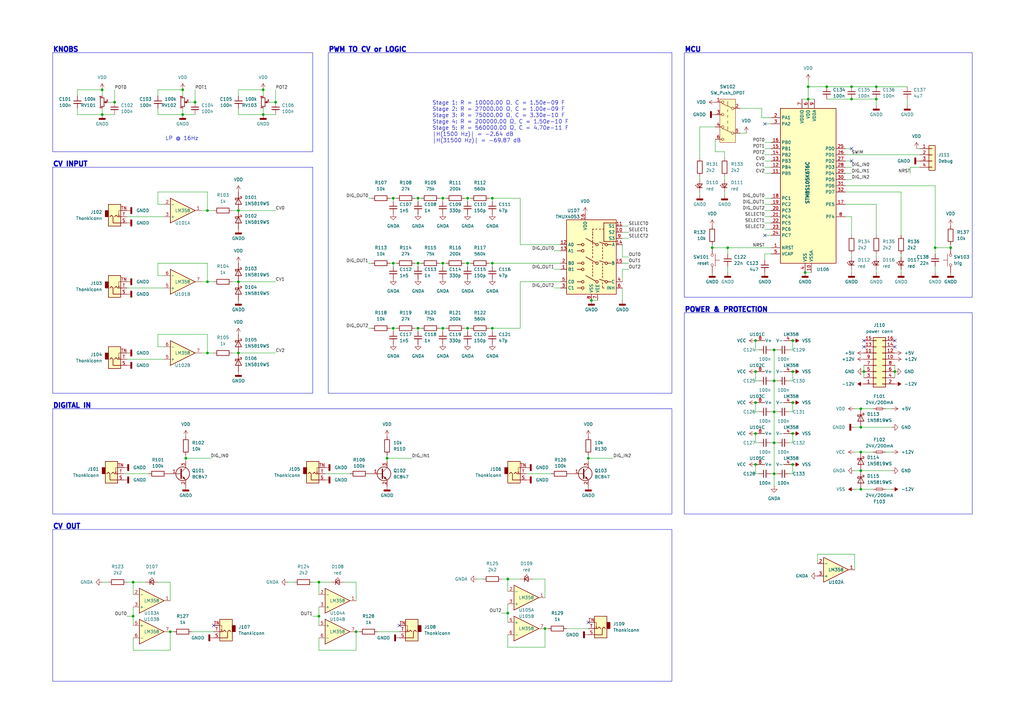
<source format=kicad_sch>
(kicad_sch (version 20231120) (generator "eeschema") (generator_version "8.0")
  (paper "A3")
  (title_block (title "DIM") (date "2024-09-25") (company "Koma Elektronik") (comment 1 "Digital Interface Module"))
  (junction (at 201.93 81.28))
  (junction (at 349.25 40.64))
  (junction (at 41.91 46.99))
  (junction (at 161.29 107.95))
  (junction (at 107.95 36.83))
  (junction (at 367.03 152.4))
  (junction (at 201.93 107.95))
  (junction (at 359.41 40.64))
  (junction (at 325.12 139.7))
  (junction (at 241.3 187.96))
  (junction (at 223.52 257.81))
  (junction (at 349.25 35.56))
  (junction (at 353.06 167.64))
  (junction (at 97.79 144.78))
  (junction (at 317.5 156.21))
  (junction (at 54.61 238.76))
  (junction (at 298.45 101.6))
  (junction (at 54.61 252.73))
  (junction (at 41.91 36.83))
  (junction (at 76.2 187.96))
  (junction (at 69.85 259.08))
  (junction (at 171.45 81.28))
  (junction (at 325.12 190.5))
  (junction (at 130.81 252.73))
  (junction (at 161.29 81.28))
  (junction (at 191.77 134.62))
  (junction (at 46.99 41.91))
  (junction (at 130.81 238.76))
  (junction (at 181.61 107.95))
  (junction (at 97.79 86.36))
  (junction (at 309.88 152.4))
  (junction (at 309.88 177.8))
  (junction (at 146.05 259.08))
  (junction (at 85.09 115.57))
  (junction (at 309.88 139.7))
  (junction (at 383.54 101.6))
  (junction (at 171.45 134.62))
  (junction (at 359.41 35.56))
  (junction (at 317.5 194.31))
  (junction (at 317.5 143.51))
  (junction (at 325.12 165.1))
  (junction (at 331.47 35.56))
  (junction (at 74.93 46.99))
  (junction (at 201.93 134.62))
  (junction (at 353.06 185.42))
  (junction (at 353.06 175.26))
  (junction (at 208.28 237.49))
  (junction (at 113.03 41.91))
  (junction (at 317.5 168.91))
  (junction (at 181.61 134.62))
  (junction (at 181.61 81.28))
  (junction (at 80.01 41.91))
  (junction (at 74.93 36.83))
  (junction (at 339.09 35.56))
  (junction (at 107.95 46.99))
  (junction (at 309.88 190.5))
  (junction (at 317.5 181.61))
  (junction (at 309.88 165.1))
  (junction (at 191.77 81.28))
  (junction (at 330.2 111.76))
  (junction (at 208.28 251.46))
  (junction (at 97.79 115.57))
  (junction (at 292.1 101.6))
  (junction (at 85.09 86.36))
  (junction (at 242.57 123.19))
  (junction (at 171.45 107.95))
  (junction (at 158.75 187.96))
  (junction (at 85.09 144.78))
  (junction (at 389.89 101.6))
  (junction (at 191.77 107.95))
  (junction (at 331.47 40.64))
  (junction (at 325.12 152.4))
  (junction (at 353.06 200.66))
  (junction (at 354.33 152.4))
  (junction (at 353.06 193.04))
  (junction (at 325.12 177.8))
  (junction (at 161.29 134.62))
  (no_connect (at 163.83 256.54))
  (no_connect (at 241.3 255.27))
  (no_connect (at 354.33 142.24))
  (no_connect (at 367.03 142.24))
  (no_connect (at 349.25 60.96))
  (no_connect (at 313.69 96.52))
  (no_connect (at 354.33 139.7))
  (no_connect (at 313.69 50.8))
  (no_connect (at 349.25 66.04))
  (no_connect (at 367.03 139.7))
  (no_connect (at 87.63 256.54))
  (wire (pts (xy 161.29 134.62) (xy 162.56 134.62)))
  (wire (pts (xy 82.55 144.78) (xy 85.09 144.78)))
  (wire (pts (xy 359.41 40.64) (xy 359.41 43.18)))
  (wire (pts (xy 325.12 156.21) (xy 325.12 152.4)))
  (wire (pts (xy 171.45 107.95) (xy 171.45 109.22)))
  (wire (pts (xy 325.12 194.31) (xy 325.12 190.5)))
  (wire (pts (xy 161.29 134.62) (xy 161.29 135.89)))
  (wire (pts (xy 359.41 110.49) (xy 359.41 111.76)))
  (wire (pts (xy 74.93 36.83) (xy 74.93 39.37)))
  (wire (pts (xy 171.45 81.28) (xy 171.45 82.55)))
  (wire (pts (xy 325.12 143.51) (xy 325.12 139.7)))
  (wire (pts (xy 160.02 134.62) (xy 161.29 134.62)))
  (wire (pts (xy 54.61 266.7) (xy 54.61 261.62)))
  (wire (pts (xy 190.5 107.95) (xy 191.77 107.95)))
  (wire (pts (xy 358.14 185.42) (xy 353.06 185.42)))
  (wire (pts (xy 313.69 91.44) (xy 316.23 91.44)))
  (wire (pts (xy 306.07 54.61) (xy 303.53 54.61)))
  (wire (pts (xy 41.91 46.99) (xy 46.99 46.99)))
  (wire (pts (xy 52.07 238.76) (xy 54.61 238.76)))
  (wire (pts (xy 350.52 167.64) (xy 353.06 167.64)))
  (wire (pts (xy 313.69 58.42) (xy 316.23 58.42)))
  (wire (pts (xy 146.05 238.76) (xy 140.97 238.76)))
  (wire (pts (xy 313.69 60.96) (xy 316.23 60.96)))
  (wire (pts (xy 52.07 88.9) (xy 67.31 88.9)))
  (wire (pts (xy 313.69 66.04) (xy 316.23 66.04)))
  (wire (pts (xy 160.02 81.28) (xy 161.29 81.28)))
  (wire (pts (xy 201.93 134.62) (xy 201.93 135.89)))
  (wire (pts (xy 160.02 107.95) (xy 161.29 107.95)))
  (wire (pts (xy 146.05 266.7) (xy 130.81 266.7)))
  (wire (pts (xy 31.75 36.83) (xy 31.75 39.37)))
  (wire (pts (xy 313.69 88.9) (xy 316.23 88.9)))
  (wire (pts (xy 287.02 72.39) (xy 287.02 73.66)))
  (wire (pts (xy 313.69 71.12) (xy 316.23 71.12)))
  (wire (pts (xy 110.49 41.91) (xy 113.03 41.91)))
  (wire (pts (xy 227.33 102.87) (xy 229.87 102.87)))
  (wire (pts (xy 64.77 36.83) (xy 64.77 39.37)))
  (wire (pts (xy 298.45 101.6) (xy 316.23 101.6)))
  (wire (pts (xy 323.85 194.31) (xy 325.12 194.31)))
  (wire (pts (xy 201.93 81.28) (xy 201.93 82.55)))
  (wire (pts (xy 346.71 78.74) (xy 369.57 78.74)))
  (wire (pts (xy 331.47 35.56) (xy 339.09 35.56)))
  (wire (pts (xy 95.25 86.36) (xy 97.79 86.36)))
  (wire (pts (xy 317.5 143.51) (xy 318.77 143.51)))
  (wire (pts (xy 317.5 143.51) (xy 317.5 156.21)))
  (wire (pts (xy 74.93 46.99) (xy 80.01 46.99)))
  (wire (pts (xy 77.47 41.91) (xy 80.01 41.91)))
  (wire (pts (xy 335.28 231.14) (xy 335.28 227.33)))
  (wire (pts (xy 350.52 227.33) (xy 350.52 233.68)))
  (wire (pts (xy 312.42 48.26) (xy 316.23 48.26)))
  (wire (pts (xy 309.88 143.51) (xy 309.88 139.7)))
  (wire (pts (xy 358.14 200.66) (xy 353.06 200.66)))
  (wire (pts (xy 293.37 52.07) (xy 287.02 52.07)))
  (wire (pts (xy 151.13 107.95) (xy 152.4 107.95)))
  (wire (pts (xy 317.5 156.21) (xy 317.5 168.91)))
  (wire (pts (xy 257.81 97.79) (xy 255.27 97.79)))
  (wire (pts (xy 316.23 143.51) (xy 317.5 143.51)))
  (wire (pts (xy 69.85 238.76) (xy 64.77 238.76)))
  (wire (pts (xy 313.69 106.68) (xy 313.69 104.14)))
  (wire (pts (xy 113.03 36.83) (xy 113.03 41.91)))
  (wire (pts (xy 130.81 238.76) (xy 130.81 243.84)))
  (wire (pts (xy 323.85 143.51) (xy 325.12 143.51)))
  (wire (pts (xy 255.27 118.11) (xy 255.27 123.19)))
  (wire (pts (xy 339.09 40.64) (xy 349.25 40.64)))
  (wire (pts (xy 54.61 248.92) (xy 54.61 252.73)))
  (wire (pts (xy 154.94 259.08) (xy 163.83 259.08)))
  (wire (pts (xy 41.91 238.76) (xy 44.45 238.76)))
  (wire (pts (xy 349.25 71.12) (xy 346.71 71.12)))
  (wire (pts (xy 69.85 266.7) (xy 54.61 266.7)))
  (wire (pts (xy 69.85 259.08) (xy 71.12 259.08)))
  (wire (pts (xy 54.61 238.76) (xy 54.61 243.84)))
  (wire (pts (xy 85.09 86.36) (xy 87.63 86.36)))
  (wire (pts (xy 313.69 86.36) (xy 316.23 86.36)))
  (wire (pts (xy 95.25 115.57) (xy 97.79 115.57)))
  (wire (pts (xy 67.31 113.03) (xy 64.77 113.03)))
  (wire (pts (xy 85.09 137.16) (xy 85.09 144.78)))
  (wire (pts (xy 52.07 252.73) (xy 54.61 252.73)))
  (wire (pts (xy 201.93 107.95) (xy 201.93 109.22)))
  (wire (pts (xy 208.28 251.46) (xy 208.28 255.27)))
  (wire (pts (xy 359.41 83.82) (xy 359.41 96.52)))
  (wire (pts (xy 369.57 110.49) (xy 369.57 111.76)))
  (wire (pts (xy 349.25 40.64) (xy 359.41 40.64)))
  (wire (pts (xy 367.03 152.4) (xy 367.03 154.94)))
  (wire (pts (xy 130.81 252.73) (xy 130.81 256.54)))
  (wire (pts (xy 346.71 73.66) (xy 349.25 73.66)))
  (wire (pts (xy 297.18 62.23) (xy 293.37 62.23)))
  (wire (pts (xy 257.81 107.95) (xy 255.27 107.95)))
  (wire (pts (xy 223.52 237.49) (xy 218.44 237.49)))
  (wire (pts (xy 323.85 168.91) (xy 325.12 168.91)))
  (wire (pts (xy 317.5 156.21) (xy 318.77 156.21)))
  (wire (pts (xy 97.79 115.57) (xy 113.03 115.57)))
  (wire (pts (xy 158.75 187.96) (xy 158.75 189.23)))
  (wire (pts (xy 130.81 266.7) (xy 130.81 261.62)))
  (wire (pts (xy 85.09 78.74) (xy 85.09 86.36)))
  (wire (pts (xy 389.89 101.6) (xy 383.54 101.6)))
  (wire (pts (xy 298.45 101.6) (xy 298.45 104.14)))
  (wire (pts (xy 223.52 257.81) (xy 223.52 265.43)))
  (wire (pts (xy 74.93 46.99) (xy 74.93 44.45)))
  (wire (pts (xy 97.79 46.99) (xy 97.79 44.45)))
  (wire (pts (xy 180.34 134.62) (xy 181.61 134.62)))
  (wire (pts (xy 213.36 115.57) (xy 229.87 115.57)))
  (wire (pts (xy 313.69 50.8) (xy 316.23 50.8)))
  (wire (pts (xy 208.28 237.49) (xy 208.28 242.57)))
  (wire (pts (xy 383.54 76.2) (xy 383.54 101.6)))
  (wire (pts (xy 64.77 78.74) (xy 85.09 78.74)))
  (wire (pts (xy 128.27 238.76) (xy 130.81 238.76)))
  (wire (pts (xy 171.45 81.28) (xy 172.72 81.28)))
  (wire (pts (xy 180.34 107.95) (xy 181.61 107.95)))
  (wire (pts (xy 287.02 78.74) (xy 287.02 80.01)))
  (wire (pts (xy 205.74 237.49) (xy 208.28 237.49)))
  (wire (pts (xy 200.66 81.28) (xy 201.93 81.28)))
  (wire (pts (xy 311.15 168.91) (xy 309.88 168.91)))
  (wire (pts (xy 213.36 81.28) (xy 213.36 100.33)))
  (wire (pts (xy 313.69 104.14) (xy 316.23 104.14)))
  (wire (pts (xy 353.06 175.26) (xy 365.76 175.26)))
  (wire (pts (xy 298.45 109.22) (xy 298.45 111.76)))
  (wire (pts (xy 316.23 156.21) (xy 317.5 156.21)))
  (wire (pts (xy 31.75 46.99) (xy 41.91 46.99)))
  (wire (pts (xy 85.09 144.78) (xy 87.63 144.78)))
  (wire (pts (xy 349.25 110.49) (xy 349.25 111.76)))
  (wire (pts (xy 52.07 118.11) (xy 67.31 118.11)))
  (wire (pts (xy 213.36 134.62) (xy 213.36 115.57)))
  (wire (pts (xy 349.25 35.56) (xy 359.41 35.56)))
  (wire (pts (xy 331.47 40.64) (xy 334.01 40.64)))
  (wire (pts (xy 292.1 100.33) (xy 292.1 101.6)))
  (wire (pts (xy 313.69 93.98) (xy 316.23 93.98)))
  (wire (pts (xy 130.81 248.92) (xy 130.81 252.73)))
  (wire (pts (xy 346.71 83.82) (xy 359.41 83.82)))
  (wire (pts (xy 350.52 185.42) (xy 353.06 185.42)))
  (wire (pts (xy 309.88 168.91) (xy 309.88 165.1)))
  (wire (pts (xy 328.93 40.64) (xy 331.47 40.64)))
  (wire (pts (xy 311.15 194.31) (xy 309.88 194.31)))
  (wire (pts (xy 44.45 41.91) (xy 46.99 41.91)))
  (wire (pts (xy 349.25 66.04) (xy 346.71 66.04)))
  (wire (pts (xy 64.77 107.95) (xy 85.09 107.95)))
  (wire (pts (xy 317.5 168.91) (xy 317.5 181.61)))
  (wire (pts (xy 373.38 68.58) (xy 377.19 68.58)))
  (wire (pts (xy 373.38 68.58) (xy 373.38 71.12)))
  (wire (pts (xy 323.85 156.21) (xy 325.12 156.21)))
  (wire (pts (xy 311.15 181.61) (xy 309.88 181.61)))
  (wire (pts (xy 146.05 246.38) (xy 146.05 238.76)))
  (wire (pts (xy 181.61 107.95) (xy 182.88 107.95)))
  (wire (pts (xy 95.25 144.78) (xy 97.79 144.78)))
  (wire (pts (xy 309.88 194.31) (xy 309.88 190.5)))
  (wire (pts (xy 161.29 81.28) (xy 161.29 82.55)))
  (wire (pts (xy 181.61 134.62) (xy 181.61 135.89)))
  (wire (pts (xy 257.81 92.71) (xy 255.27 92.71)))
  (wire (pts (xy 358.14 167.64) (xy 353.06 167.64)))
  (wire (pts (xy 69.85 246.38) (xy 69.85 238.76)))
  (wire (pts (xy 349.25 104.14) (xy 349.25 105.41)))
  (wire (pts (xy 146.05 259.08) (xy 147.32 259.08)))
  (wire (pts (xy 191.77 107.95) (xy 191.77 109.22)))
  (wire (pts (xy 52.07 147.32) (xy 67.31 147.32)))
  (wire (pts (xy 317.5 194.31) (xy 318.77 194.31)))
  (wire (pts (xy 223.52 265.43) (xy 208.28 265.43)))
  (wire (pts (xy 208.28 265.43) (xy 208.28 260.35)))
  (wire (pts (xy 191.77 134.62) (xy 193.04 134.62)))
  (wire (pts (xy 46.99 36.83) (xy 46.99 41.91)))
  (wire (pts (xy 133.35 194.31) (xy 143.51 194.31)))
  (wire (pts (xy 41.91 46.99) (xy 41.91 44.45)))
  (wire (pts (xy 350.52 193.04) (xy 353.06 193.04)))
  (wire (pts (xy 76.2 187.96) (xy 76.2 189.23)))
  (wire (pts (xy 107.95 36.83) (xy 107.95 39.37)))
  (wire (pts (xy 372.11 40.64) (xy 372.11 43.18)))
  (wire (pts (xy 31.75 36.83) (xy 41.91 36.83)))
  (wire (pts (xy 227.33 118.11) (xy 229.87 118.11)))
  (wire (pts (xy 353.06 193.04) (xy 365.76 193.04)))
  (wire (pts (xy 316.23 181.61) (xy 317.5 181.61)))
  (wire (pts (xy 223.52 257.81) (xy 224.79 257.81)))
  (wire (pts (xy 313.69 81.28) (xy 316.23 81.28)))
  (wire (pts (xy 317.5 168.91) (xy 318.77 168.91)))
  (wire (pts (xy 241.3 186.69) (xy 241.3 187.96)))
  (wire (pts (xy 171.45 134.62) (xy 172.72 134.62)))
  (wire (pts (xy 354.33 152.4) (xy 354.33 154.94)))
  (wire (pts (xy 242.57 123.19) (xy 245.11 123.19)))
  (wire (pts (xy 367.03 149.86) (xy 367.03 152.4)))
  (wire (pts (xy 339.09 35.56) (xy 349.25 35.56)))
  (wire (pts (xy 135.89 238.76) (xy 130.81 238.76)))
  (wire (pts (xy 292.1 101.6) (xy 298.45 101.6)))
  (wire (pts (xy 255.27 110.49) (xy 255.27 115.57)))
  (wire (pts (xy 316.23 194.31) (xy 317.5 194.31)))
  (wire (pts (xy 287.02 52.07) (xy 287.02 64.77)))
  (wire (pts (xy 107.95 46.99) (xy 107.95 44.45)))
  (wire (pts (xy 78.74 259.08) (xy 87.63 259.08)))
  (wire (pts (xy 191.77 81.28) (xy 193.04 81.28)))
  (wire (pts (xy 180.34 81.28) (xy 181.61 81.28)))
  (wire (pts (xy 317.5 194.31) (xy 317.5 199.39)))
  (wire (pts (xy 383.54 101.6) (xy 383.54 104.14)))
  (wire (pts (xy 158.75 186.69) (xy 158.75 187.96)))
  (wire (pts (xy 257.81 110.49) (xy 255.27 110.49)))
  (wire (pts (xy 54.61 252.73) (xy 54.61 256.54)))
  (wire (pts (xy 227.33 110.49) (xy 229.87 110.49)))
  (wire (pts (xy 313.69 83.82) (xy 316.23 83.82)))
  (wire (pts (xy 346.71 88.9) (xy 349.25 88.9)))
  (wire (pts (xy 64.77 142.24) (xy 64.77 137.16)))
  (wire (pts (xy 64.77 46.99) (xy 74.93 46.99)))
  (wire (pts (xy 241.3 187.96) (xy 241.3 189.23)))
  (wire (pts (xy 325.12 181.61) (xy 325.12 177.8)))
  (wire (pts (xy 151.13 81.28) (xy 152.4 81.28)))
  (wire (pts (xy 335.28 227.33) (xy 350.52 227.33)))
  (wire (pts (xy 365.76 185.42) (xy 363.22 185.42)))
  (wire (pts (xy 349.25 88.9) (xy 349.25 96.52)))
  (wire (pts (xy 181.61 81.28) (xy 181.61 82.55)))
  (wire (pts (xy 201.93 134.62) (xy 213.36 134.62)))
  (wire (pts (xy 311.15 143.51) (xy 309.88 143.51)))
  (wire (pts (xy 325.12 168.91) (xy 325.12 165.1)))
  (wire (pts (xy 350.52 200.66) (xy 353.06 200.66)))
  (wire (pts (xy 190.5 134.62) (xy 191.77 134.62)))
  (wire (pts (xy 200.66 134.62) (xy 201.93 134.62)))
  (wire (pts (xy 213.36 100.33) (xy 229.87 100.33)))
  (wire (pts (xy 97.79 36.83) (xy 107.95 36.83)))
  (wire (pts (xy 151.13 134.62) (xy 152.4 134.62)))
  (wire (pts (xy 375.92 60.96) (xy 377.19 60.96)))
  (wire (pts (xy 64.77 83.82) (xy 64.77 78.74)))
  (wire (pts (xy 330.2 111.76) (xy 332.74 111.76)))
  (wire (pts (xy 85.09 115.57) (xy 87.63 115.57)))
  (wire (pts (xy 181.61 81.28) (xy 182.88 81.28)))
  (wire (pts (xy 97.79 86.36) (xy 113.03 86.36)))
  (wire (pts (xy 309.88 181.61) (xy 309.88 177.8)))
  (wire (pts (xy 201.93 81.28) (xy 213.36 81.28)))
  (wire (pts (xy 365.76 200.66) (xy 363.22 200.66)))
  (wire (pts (xy 359.41 104.14) (xy 359.41 105.41)))
  (wire (pts (xy 241.3 187.96) (xy 251.46 187.96)))
  (wire (pts (xy 170.18 107.95) (xy 171.45 107.95)))
  (wire (pts (xy 303.53 44.45) (xy 312.42 44.45)))
  (wire (pts (xy 82.55 86.36) (xy 85.09 86.36)))
  (wire (pts (xy 64.77 137.16) (xy 85.09 137.16)))
  (wire (pts (xy 118.11 238.76) (xy 120.65 238.76)))
  (wire (pts (xy 323.85 181.61) (xy 325.12 181.61)))
  (wire (pts (xy 59.69 238.76) (xy 54.61 238.76)))
  (wire (pts (xy 161.29 81.28) (xy 162.56 81.28)))
  (wire (pts (xy 297.18 78.74) (xy 297.18 80.01)))
  (wire (pts (xy 161.29 107.95) (xy 162.56 107.95)))
  (wire (pts (xy 64.77 36.83) (xy 74.93 36.83)))
  (wire (pts (xy 170.18 134.62) (xy 171.45 134.62)))
  (wire (pts (xy 64.77 113.03) (xy 64.77 107.95)))
  (wire (pts (xy 76.2 186.69) (xy 76.2 187.96)))
  (wire (pts (xy 257.81 105.41) (xy 255.27 105.41)))
  (wire (pts (xy 50.8 194.31) (xy 60.96 194.31)))
  (wire (pts (xy 232.41 257.81) (xy 241.3 257.81)))
  (wire (pts (xy 67.31 142.24) (xy 64.77 142.24)))
  (wire (pts (xy 369.57 104.14) (xy 369.57 105.41)))
  (wire (pts (xy 128.27 252.73) (xy 130.81 252.73)))
  (wire (pts (xy 349.25 68.58) (xy 346.71 68.58)))
  (wire (pts (xy 161.29 107.95) (xy 161.29 109.22)))
  (wire (pts (xy 365.76 167.64) (xy 363.22 167.64)))
  (wire (pts (xy 297.18 64.77) (xy 297.18 62.23)))
  (wire (pts (xy 191.77 81.28) (xy 191.77 82.55)))
  (wire (pts (xy 359.41 35.56) (xy 372.11 35.56)))
  (wire (pts (xy 313.69 68.58) (xy 316.23 68.58)))
  (wire (pts (xy 309.88 156.21) (xy 309.88 152.4)))
  (wire (pts (xy 31.75 46.99) (xy 31.75 44.45)))
  (wire (pts (xy 158.75 187.96) (xy 168.91 187.96)))
  (wire (pts (xy 200.66 107.95) (xy 201.93 107.95)))
  (wire (pts (xy 350.52 175.26) (xy 353.06 175.26)))
  (wire (pts (xy 205.74 251.46) (xy 208.28 251.46)))
  (wire (pts (xy 181.61 134.62) (xy 182.88 134.62)))
  (wire (pts (xy 82.55 115.57) (xy 85.09 115.57)))
  (wire (pts (xy 170.18 81.28) (xy 171.45 81.28)))
  (wire (pts (xy 195.58 237.49) (xy 198.12 237.49)))
  (wire (pts (xy 171.45 134.62) (xy 171.45 135.89)))
  (wire (pts (xy 313.69 96.52) (xy 316.23 96.52)))
  (wire (pts (xy 354.33 149.86) (xy 354.33 152.4)))
  (wire (pts (xy 201.93 107.95) (xy 229.87 107.95)))
  (wire (pts (xy 191.77 107.95) (xy 193.04 107.95)))
  (wire (pts (xy 297.18 72.39) (xy 297.18 73.66)))
  (wire (pts (xy 208.28 247.65) (xy 208.28 251.46)))
  (wire (pts (xy 346.71 63.5) (xy 377.19 63.5)))
  (wire (pts (xy 331.47 35.56) (xy 331.47 40.64)))
  (wire (pts (xy 223.52 245.11) (xy 223.52 237.49)))
  (wire (pts (xy 146.05 259.08) (xy 146.05 266.7)))
  (wire (pts (xy 67.31 83.82) (xy 64.77 83.82)))
  (wire (pts (xy 383.54 109.22) (xy 383.54 111.76)))
  (wire (pts (xy 346.71 76.2) (xy 383.54 76.2)))
  (wire (pts (xy 41.91 36.83) (xy 41.91 39.37)))
  (wire (pts (xy 389.89 100.33) (xy 389.89 101.6)))
  (wire (pts (xy 215.9 194.31) (xy 226.06 194.31)))
  (wire (pts (xy 257.81 95.25) (xy 255.27 95.25)))
  (wire (pts (xy 311.15 156.21) (xy 309.88 156.21)))
  (wire (pts (xy 191.77 134.62) (xy 191.77 135.89)))
  (wire (pts (xy 349.25 60.96) (xy 346.71 60.96)))
  (wire (pts (xy 64.77 46.99) (xy 64.77 44.45)))
  (wire (pts (xy 255.27 105.41) (xy 255.27 100.33)))
  (wire (pts (xy 97.79 144.78) (xy 113.03 144.78)))
  (wire (pts (xy 312.42 44.45) (xy 312.42 48.26)))
  (wire (pts (xy 317.5 181.61) (xy 318.77 181.61)))
  (wire (pts (xy 317.5 181.61) (xy 317.5 194.31)))
  (wire (pts (xy 313.69 63.5) (xy 316.23 63.5)))
  (wire (pts (xy 69.85 259.08) (xy 69.85 266.7)))
  (wire (pts (xy 76.2 187.96) (xy 86.36 187.96)))
  (wire (pts (xy 107.95 46.99) (xy 113.03 46.99)))
  (wire (pts (xy 97.79 36.83) (xy 97.79 39.37)))
  (wire (pts (xy 293.37 57.15) (xy 293.37 62.23)))
  (wire (pts (xy 85.09 107.95) (xy 85.09 115.57)))
  (wire (pts (xy 97.79 46.99) (xy 107.95 46.99)))
  (wire (pts (xy 171.45 107.95) (xy 172.72 107.95)))
  (wire (pts (xy 369.57 78.74) (xy 369.57 96.52)))
  (wire (pts (xy 331.47 33.02) (xy 331.47 35.56)))
  (wire (pts (xy 316.23 168.91) (xy 317.5 168.91)))
  (wire (pts (xy 181.61 107.95) (xy 181.61 109.22)))
  (wire (pts (xy 190.5 81.28) (xy 191.77 81.28)))
  (wire (pts (xy 80.01 36.83) (xy 80.01 41.91)))
  (wire (pts (xy 213.36 237.49) (xy 208.28 237.49)))
  (rectangle (start 21.59 21.59) (end 128.27 62.23))
  (rectangle (start 280.67 21.59) (end 398.78 121.92))
  (rectangle (start 280.67 128.27) (end 398.78 210.82))
  (rectangle (start 21.59 68.58) (end 128.27 161.29))
  (rectangle (start 134.62 21.59) (end 275.59 161.29))
  (rectangle (start 21.59 217.17) (end 275.59 279.4))
  (rectangle (start 21.59 167.64) (end 275.59 210.82))
  (text "Stage 1: R = 10000.00 Ω, C = 1.50e-09 F\nStage 2: R = 27000.00 Ω, C = 1.00e-09 F\nStage 3: R = 75000.00 Ω, C = 3.30e-10 F\nStage 4: R = 200000.00 Ω, C = 1.50e-10 F\nStage 5: R = 560000.00 Ω, C = 4.70e-11 F\n|H(1500 Hz)| = -2.64 dB\n|H(31500 Hz)| = -69.87 dB" (at 177.292 50.038 0) (effects (font (size 1.6 1.6)) (justify left)))
  (text "PWM TO CV or LOGIC" (at 134.62 21.59 0) (effects (font (size 2 2) (thickness 0.6) (bold yes)) (justify left bottom)))
  (text "CV OUT" (at 21.59 217.17 0) (effects (font (size 2 2) (thickness 0.6) (bold yes)) (justify left bottom)))
  (text "LP @ 16Hz" (at 67.818 56.896 0) (effects (font (size 1.6 1.6)) (justify left)))
  (text "POWER & PROTECTION" (at 280.67 128.27 0) (effects (font (size 2 2) (thickness 0.6) (bold yes)) (justify left bottom)))
  (text "CV INPUT" (at 21.59 68.58 0) (effects (font (size 2 2) (thickness 0.6) (bold yes)) (justify left bottom)))
  (text "MCU" (at 280.67 21.59 0) (effects (font (size 2 2) (thickness 0.6) (bold yes)) (justify left bottom)))
  (text "KNOBS" (at 21.59 21.59 0) (effects (font (size 2 2) (thickness 0.6) (bold yes)) (justify left bottom)))
  (text "DIGITAL IN" (at 21.59 167.64 0) (effects (font (size 2 2) (thickness 0.6) (bold yes)) (justify left bottom)))
  (label "CV0" (at 313.69 66.04 180))
  (label "SWIM" (at 349.25 63.5 0))
  (label "DIG_IN2" (at 349.25 73.66 0))
  (label "NRST" (at 313.69 101.6 180))
  (label "CV1" (at 313.69 68.58 180))
  (label "DIG_OUT2" (at 313.69 86.36 180))
  (label "POT1" (at 80.01 36.83 0))
  (label "DIG_IN0" (at 349.25 68.58 0))
  (label "DIG_OUT0" (at 313.69 81.28 180))
  (label "DIG_OUT0" (at 151.13 81.28 180))
  (label "DIG_IN0" (at 86.36 187.96 0))
  (label "DIG_OUT0" (at 227.33 102.87 180))
  (label "DIG_IN1" (at 349.25 71.12 0))
  (label "DIG_IN1" (at 168.91 187.96 0))
  (label "POT1" (at 313.69 60.96 180))
  (label "CV0" (at 113.03 86.36 0))
  (label "SELECT0" (at 313.69 88.9 180))
  (label "OUT1" (at 128.27 252.73 180))
  (label "DIG_OUT1" (at 227.33 110.49 180))
  (label "DIG_IN2" (at 251.46 187.96 0))
  (label "CV1" (at 113.03 115.57 0))
  (label "OUT0" (at 52.07 252.73 180))
  (label "OUT0" (at 257.81 105.41 0))
  (label "DIG_OUT1" (at 313.69 83.82 180))
  (label "DIG_OUT2" (at 151.13 134.62 180))
  (label "SELECT0" (at 257.81 92.71 0))
  (label "OUT2" (at 205.74 251.46 180))
  (label "CV2" (at 113.03 144.78 0))
  (label "SELECT1" (at 257.81 95.25 0))
  (label "DIG_OUT1" (at 151.13 107.95 180))
  (label "POT2" (at 313.69 63.5 180))
  (label "SELECT1" (at 313.69 91.44 180))
  (label "SELECT2" (at 313.69 93.98 180))
  (label "DIG_OUT2" (at 227.33 118.11 180))
  (label "POT0" (at 46.99 36.83 0))
  (label "NRST" (at 373.38 71.12 180))
  (label "SELECT2" (at 257.81 97.79 0))
  (label "POT2" (at 113.03 36.83 0))
  (label "CV2" (at 313.69 71.12 180))
  (label "OUT1" (at 257.81 107.95 0))
  (label "POT0" (at 313.69 58.42 180))
  (label "OUT2" (at 257.81 110.49 0))
  (symbol (lib_id "power:+5V") (at 367.03 144.78 270) (unit 1)
    (property "Reference" "#PWR0192" (effects (hide yes)))
    (property "Value" "+5V" (at 370.84 144.78 90) (effects (justify left)))
  )
  (symbol (lib_id "power:GNDD") (at 359.41 111.76 0) (unit 1)
    (property "Reference" "#PWR0186" (effects (hide yes)))
    (property "Value" "GNDD" (at 359.41 115.57 0))
  )
  (symbol (lib_id "Device:R") (at 176.53 81.28 90) (unit 1)
    (property "Reference" "R109" (at 176.53 74.93 90))
    (property "Value" "75k" (at 176.53 77.47 90))
    (property "Footprint" "Resistor_SMD:R_0402_1005Metric" (effects (hide yes)))
    (property "Description" "Resistor" (effects (hide yes)))
    (property "LCSC Part #" "C25798" (effects (hide yes)))
  )
  (symbol (lib_id "Device:R") (at 359.41 100.33 0) (unit 1)
    (property "Reference" "R135" (at 361.95 99.0599 0) (effects (justify left)))
    (property "Value" "2k2" (at 361.95 101.5999 0) (effects (justify left)))
    (property "Footprint" "Resistor_SMD:R_0603_1608Metric" (effects (hide yes)))
    (property "LCSC Part #" "C23162" (effects (hide yes)))
  )
  (symbol (lib_id "Device:C_Small") (at 161.29 111.76 0) (unit 1)
    (property "Reference" "C112" (at 163.83 110.4962 0) (effects (justify left)))
    (property "Value" "1n5" (at 163.83 113.0362 0) (effects (justify left)))
    (property "Footprint" "Capacitor_SMD:C_0603_1608Metric" (effects (hide yes)))
    (property "Description" "Unpolarized capacitor, small symbol" (effects (hide yes)))
    (property "LCSC Part #" "C1595" (effects (hide yes)))
  )
  (symbol (lib_id "power:VSS") (at 325.12 165.1 270) (unit 1)
    (property "Reference" "#PWR0169" (effects (hide yes)))
    (property "Value" "VSS" (at 328.93 165.1 90) (effects (justify left)))
  )
  (symbol (lib_id "Device:Fuse_Small") (at 360.68 167.64 0) (unit 1)
    (property "Reference" "F101" (at 360.68 162.56 0))
    (property "Value" "24V/200mA" (at 360.68 165.1 0))
    (property "Footprint" "Resistor_SMD:R_0805_2012Metric" (effects (hide yes)))
    (property "LCSC Part #" "C910821" (effects (hide yes)))
  )
  (symbol (lib_name "GNDA_3") (lib_id "power:GNDA") (at 171.45 87.63 0) (unit 1)
    (property "Reference" "#PWR0130" (effects (hide yes)))
    (property "Value" "GNDA" (at 171.45 92.71 0))
    (property "Description" "Power symbol creates a global label with name \"GNDA\" , analog ground" (effects (hide yes)))
  )
  (symbol (lib_name "GNDA_4") (lib_id "power:GNDA") (at 317.5 199.39 0) (unit 1)
    (property "Reference" "#PWR0166" (effects (hide yes)))
    (property "Value" "GNDA" (at 317.5 204.47 0))
    (property "Description" "Power symbol creates a global label with name \"GNDA\" , analog ground" (effects (hide yes)))
  )
  (symbol (lib_id "Connector_Generic:Conn_02x08_Odd_Even") (at 359.41 149.86 0) (mirror x) (unit 1)
    (property "Reference" "J110" (at 360.68 133.35 0))
    (property "Value" "power conn" (at 360.68 135.89 0))
    (property "Footprint" "Connector_PinHeader_2.54mm:PinHeader_2x08_P2.54mm_Vertical_SMD" (effects (hide yes)))
    (property "LCSC Part #" "C3294466" (effects (hide yes)))
  )
  (symbol (lib_id "power:GNDD") (at 298.45 111.76 0) (unit 1)
    (property "Reference" "#PWR0158" (effects (hide yes)))
    (property "Value" "GNDD" (at 298.45 115.57 0))
  )
  (symbol (lib_id "Device:C_Small") (at 171.45 138.43 0) (unit 1)
    (property "Reference" "C118" (at 173.99 137.1662 0) (effects (justify left)))
    (property "Value" "1n" (at 173.99 139.7062 0) (effects (justify left)))
    (property "Footprint" "Capacitor_SMD:C_0402_1005Metric" (effects (hide yes)))
    (property "Description" "Unpolarized capacitor, small symbol" (effects (hide yes)))
    (property "LCSC Part #" "C1523" (effects (hide yes)))
  )
  (symbol (lib_id "Device:C_Small") (at 181.61 85.09 0) (unit 1)
    (property "Reference" "C109" (at 184.15 83.8262 0) (effects (justify left)))
    (property "Value" "330p" (at 184.15 86.3662 0) (effects (justify left)))
    (property "Footprint" "Capacitor_SMD:C_0402_1005Metric" (effects (hide yes)))
    (property "Description" "Unpolarized capacitor, small symbol" (effects (hide yes)))
    (property "LCSC Part #" "C13533" (effects (hide yes)))
  )
  (symbol (lib_id "power:VDD") (at 97.79 107.95 0) (unit 1)
    (property "Reference" "#PWR0117" (effects (hide yes)))
    (property "Value" "VDD" (at 97.79 102.87 0))
  )
  (symbol (lib_id "Device:R") (at 156.21 107.95 90) (unit 1)
    (property "Reference" "R113" (at 156.21 101.6 90))
    (property "Value" "10k" (at 156.21 104.14 90))
    (property "Footprint" "Resistor_SMD:R_0603_1608Metric" (effects (hide yes)))
    (property "Description" "Resistor" (effects (hide yes)))
    (property "LCSC Part #" "C25804" (effects (hide yes)))
  )
  (symbol (lib_id "power:GNDD") (at 163.83 261.62 270) (mirror x) (unit 1)
    (property "Reference" "#PWR0150" (effects (hide yes)))
    (property "Value" "GNDD" (at 160.02 261.6199 90) (effects (justify right)))
  )
  (symbol (lib_id "power:VDD") (at 41.91 36.83 0) (unit 1)
    (property "Reference" "#PWR0101" (effects (hide yes)))
    (property "Value" "VDD" (at 41.91 31.75 0))
  )
  (symbol (lib_id "Device:C_Small") (at 372.11 38.1 0) (mirror y) (unit 1)
    (property "Reference" "C137" (at 374.65 36.8363 0) (effects (justify right)))
    (property "Value" "4u7" (at 374.65 39.3763 0) (effects (justify right)))
    (property "Footprint" "Capacitor_SMD:C_0805_2012Metric" (effects (hide yes)))
    (property "LCSC Part #" "C1779" (effects (hide yes)))
  )
  (symbol (lib_name "GNDA_3") (lib_id "power:GNDA") (at 201.93 87.63 0) (unit 1)
    (property "Reference" "#PWR0139" (effects (hide yes)))
    (property "Value" "GNDA" (at 201.93 92.71 0))
    (property "Description" "Power symbol creates a global label with name \"GNDA\" , analog ground" (effects (hide yes)))
  )
  (symbol (lib_id "Device:C_Small") (at 161.29 85.09 0) (unit 1)
    (property "Reference" "C107" (at 163.83 83.8262 0) (effects (justify left)))
    (property "Value" "1n5" (at 163.83 86.3662 0) (effects (justify left)))
    (property "Footprint" "Capacitor_SMD:C_0603_1608Metric" (effects (hide yes)))
    (property "Description" "Unpolarized capacitor, small symbol" (effects (hide yes)))
    (property "LCSC Part #" "C1595" (effects (hide yes)))
  )
  (symbol (lib_id "power:GNDD") (at 52.07 120.65 90) (unit 1)
    (property "Reference" "#PWR0108" (effects (hide yes)))
    (property "Value" "GNDD" (at 55.88 120.6499 90) (effects (justify right)))
  )
  (symbol (lib_name "GNDA_3") (lib_id "power:GNDA") (at 201.93 140.97 0) (unit 1)
    (property "Reference" "#PWR141" (effects (hide yes)))
    (property "Value" "GNDA" (at 201.93 146.05 0))
    (property "Description" "Power symbol creates a global label with name \"GNDA\" , analog ground" (effects (hide yes)))
  )
  (symbol (lib_id "Amplifier_Operational:LM358") (at 317.5 180.34 90) (mirror x) (unit 3)
    (property "Reference" "U104" (at 307.34 175.26 90) (effects (justify right)))
    (property "Value" "LM358" (at 327.66 175.26 90) (effects (justify left)))
    (property "Footprint" "Package_SO:SOIC-8_3.9x4.9mm_P1.27mm" (effects (hide yes)))
    (property "Datasheet" "http://www.ti.com/lit/ds/symlink/lm2904-n.pdf" (effects (hide yes)))
    (property "LCSC Part #" "C7950" (effects (hide yes)))
  )
  (symbol (lib_id "Device:R") (at 369.57 100.33 0) (unit 1)
    (property "Reference" "R136" (at 372.11 99.0599 0) (effects (justify left)))
    (property "Value" "2k2" (at 372.11 101.5999 0) (effects (justify left)))
    (property "Footprint" "Resistor_SMD:R_0603_1608Metric" (effects (hide yes)))
    (property "LCSC Part #" "C23162" (effects (hide yes)))
  )
  (symbol (lib_id "power:GNDD") (at 292.1 111.76 0) (unit 1)
    (property "Reference" "#PWR0154" (effects (hide yes)))
    (property "Value" "GNDD" (at 292.1 115.57 0))
  )
  (symbol (lib_id "Amplifier_Operational:LM358") (at 317.5 193.04 90) (mirror x) (unit 3)
    (property "Reference" "U105" (at 307.34 187.96 90) (effects (justify right)))
    (property "Value" "LM358" (at 327.66 187.96 90) (effects (justify left)))
    (property "Footprint" "Package_SO:SOIC-8_3.9x4.9mm_P1.27mm" (effects (hide yes)))
    (property "Datasheet" "http://www.ti.com/lit/ds/symlink/lm2904-n.pdf" (effects (hide yes)))
    (property "LCSC Part #" "C7950" (effects (hide yes)))
  )
  (symbol (lib_id "Device:LED_Small") (at 297.18 76.2 90) (unit 1)
    (property "Reference" "D111" (at 299.72 74.8665 90) (effects (justify right)))
    (property "Value" "red" (at 299.72 77.4065 90) (effects (justify right)))
    (property "Footprint" "Genson_LEDs:LED_D1.8mm" (effects (hide yes)))
  )
  (symbol (lib_name "GNDA_3") (lib_id "power:GNDA") (at 191.77 140.97 0) (unit 1)
    (property "Reference" "#PWR138" (effects (hide yes)))
    (property "Value" "GNDA" (at 191.77 146.05 0))
    (property "Description" "Power symbol creates a global label with name \"GNDA\" , analog ground" (effects (hide yes)))
  )
  (symbol (lib_id "power:-12V") (at 365.76 200.66 270) (unit 1)
    (property "Reference" "#PWR0191" (effects (hide yes)))
    (property "Value" "-12V" (at 369.57 200.66 90) (effects (justify left)))
  )
  (symbol (lib_id "power:-12V") (at 354.33 157.48 90) (unit 1)
    (property "Reference" "#PWR0184" (effects (hide yes)))
    (property "Value" "-12V" (at 350.52 157.48 90) (effects (justify left)))
  )
  (symbol (lib_id "Device:C_Small") (at 31.75 41.91 0) (mirror y) (unit 1)
    (property "Reference" "C101" (at 29.21 40.6463 0) (effects (justify left)))
    (property "Value" "100n" (at 29.21 43.1863 0) (effects (justify left)))
    (property "Footprint" "Capacitor_SMD:C_0402_1005Metric" (effects (hide yes)))
    (property "LCSC Part #" "C1523" (effects (hide yes)))
  )
  (symbol (lib_id "power:GND") (at 354.33 152.4 270) (unit 1)
    (property "Reference" "#PWR0183" (effects (hide yes)))
    (property "Value" "GND" (at 350.52 152.4 90) (effects (justify right)))
  )
  (symbol (lib_id "power:GNDD") (at 359.41 43.18 0) (unit 1)
    (property "Reference" "#PWR0185" (effects (hide yes)))
    (property "Value" "GNDD" (at 359.41 46.99 0))
  )
  (symbol (lib_id "power:VCC") (at 309.88 165.1 90) (unit 1)
    (property "Reference" "#PWR0162" (effects (hide yes)))
    (property "Value" "VCC" (at 306.07 165.1 90) (effects (justify left)))
  )
  (symbol (lib_id "power:GNDD") (at 158.75 199.39 0) (unit 1)
    (property "Reference" "#PWR0129" (effects (hide yes)))
    (property "Value" "GNDD" (at 158.75 203.2 0))
  )
  (symbol (lib_id "Device:C_Small") (at 191.77 138.43 0) (unit 1)
    (property "Reference" "C120" (at 194.31 137.1662 0) (effects (justify left)))
    (property "Value" "150p" (at 194.31 139.7062 0) (effects (justify left)))
    (property "Footprint" "Capacitor_SMD:C_0402_1005Metric" (effects (hide yes)))
    (property "Description" "Unpolarized capacitor, small symbol" (effects (hide yes)))
    (property "LCSC Part #" "C1527" (effects (hide yes)))
  )
  (symbol (lib_id "power:GNDD") (at 287.02 80.01 0) (unit 1)
    (property "Reference" "#PWR0152" (effects (hide yes)))
    (property "Value" "GNDD" (at 287.02 83.82 0))
  )
  (symbol (lib_id "Device:R") (at 186.69 134.62 90) (unit 1)
    (property "Reference" "R121" (at 186.69 128.27 90))
    (property "Value" "200k" (at 186.69 130.81 90))
    (property "Footprint" "Resistor_SMD:R_0402_1005Metric" (effects (hide yes)))
    (property "Description" "Resistor" (effects (hide yes)))
    (property "LCSC Part #" "C25764" (effects (hide yes)))
  )
  (symbol (lib_id "Device:LED_Small") (at 349.25 107.95 90) (unit 1)
    (property "Reference" "D112" (at 351.79 106.6165 90) (effects (justify right)))
    (property "Value" "red" (at 351.79 109.1565 90) (effects (justify right)))
    (property "Footprint" "Genson_LEDs:LED_D1.8mm" (effects (hide yes)))
  )
  (symbol (lib_id "Diode:BAT48JFILM") (at 97.79 111.76 270) (unit 1)
    (property "Reference" "D103" (at 100.33 110.1725 90) (effects (justify left)))
    (property "Value" "1N5819WS" (at 100.33 112.7125 90) (effects (justify left)))
    (property "Footprint" "Diode_SMD:D_SOD-323" (effects (hide yes)))
    (property "Datasheet" "www.st.com/resource/en/datasheet/bat48.pdf" (effects (hide yes)))
    (property "LCSC Part #" "C191023" (effects (hide yes)))
  )
  (symbol (lib_id "Device:R") (at 158.75 182.88 180) (unit 1)
    (property "Reference" "R110" (at 161.29 184.15 0) (effects (justify right)))
    (property "Value" "10k" (at 161.29 181.61 0) (effects (justify right)))
    (property "Footprint" "Resistor_SMD:R_0603_1608Metric" (effects (hide yes)))
    (property "LCSC Part #" "C25804" (effects (hide yes)))
  )
  (symbol (lib_id "Connector_Generic:Conn_01x04") (at 382.27 63.5 0) (unit 1)
    (property "Reference" "J111" (at 384.81 63.5 0) (effects (justify left)))
    (property "Value" "Debug" (at 384.81 66.04 0) (effects (justify left)))
    (property "Footprint" "Connector_PinHeader_2.54mm:PinHeader_1x04_P2.54mm_Vertical" (effects (hide yes)))
  )
  (symbol (lib_id "Amplifier_Operational:LM358") (at 62.23 259.08 0) (unit 2)
    (property "Reference" "U103" (at 62.23 254 0))
    (property "Value" "LM358" (at 62.23 259.08 0))
    (property "Footprint" "Package_SO:SOIC-8_3.9x4.9mm_P1.27mm" (effects (hide yes)))
    (property "Datasheet" "http://www.ti.com/lit/ds/symlink/lm2904-n.pdf" (effects (hide yes)))
    (property "LCSC Part #" "C7950" (effects (hide yes)))
  )
  (symbol (lib_id "Diode:BAT48JFILM") (at 97.79 148.59 270) (unit 1)
    (property "Reference" "D106" (at 100.33 147.0025 90) (effects (justify left)))
    (property "Value" "1N5819WS" (at 100.33 149.5425 90) (effects (justify left)))
    (property "Footprint" "Diode_SMD:D_SOD-323" (effects (hide yes)))
    (property "Datasheet" "www.st.com/resource/en/datasheet/bat48.pdf" (effects (hide yes)))
    (property "LCSC Part #" "C191023" (effects (hide yes)))
  )
  (symbol (lib_id "power:VSS") (at 325.12 152.4 270) (unit 1)
    (property "Reference" "#PWR0168" (effects (hide yes)))
    (property "Value" "VSS" (at 328.93 152.4 90) (effects (justify left)))
  )
  (symbol (lib_id "Device:C_Small") (at 321.31 194.31 90) (unit 1)
    (property "Reference" "C133" (at 327.66 194.31 90))
    (property "Value" "100n" (at 321.3163 198.12 90))
    (property "Footprint" "Capacitor_SMD:C_0402_1005Metric" (effects (hide yes)))
    (property "LCSC Part #" "C1523" (effects (hide yes)))
  )
  (symbol (lib_id "power:GNDD") (at 50.8 196.85 90) (unit 1)
    (property "Reference" "#PWR0104" (effects (hide yes)))
    (property "Value" "GNDD" (at 54.61 196.8499 90) (effects (justify right)))
  )
  (symbol (lib_id "Device:Fuse_Small") (at 360.68 185.42 0) (unit 1)
    (property "Reference" "F102" (at 360.68 180.34 0))
    (property "Value" "24V/200mA" (at 360.68 182.88 0))
    (property "Footprint" "Resistor_SMD:R_0805_2012Metric" (effects (hide yes)))
    (property "LCSC Part #" "C910821" (effects (hide yes)))
  )
  (symbol (lib_id "Device:R") (at 156.21 134.62 90) (unit 1)
    (property "Reference" "R118" (at 156.21 128.27 90))
    (property "Value" "10k" (at 156.21 130.81 90))
    (property "Footprint" "Resistor_SMD:R_0603_1608Metric" (effects (hide yes)))
    (property "Description" "Resistor" (effects (hide yes)))
    (property "LCSC Part #" "C25804" (effects (hide yes)))
  )
  (symbol (lib_name "GNDA_3") (lib_id "power:GNDA") (at 181.61 114.3 0) (unit 1)
    (property "Reference" "#PWR134" (effects (hide yes)))
    (property "Value" "GNDA" (at 181.61 119.38 0))
    (property "Description" "Power symbol creates a global label with name \"GNDA\" , analog ground" (effects (hide yes)))
  )
  (symbol (lib_id "power:VSS") (at 325.12 139.7 270) (unit 1)
    (property "Reference" "#PWR0167" (effects (hide yes)))
    (property "Value" "VSS" (at 328.93 139.7 90) (effects (justify left)))
  )
  (symbol (lib_id "power:GNDD") (at 369.57 111.76 0) (unit 1)
    (property "Reference" "#PWR0196" (effects (hide yes)))
    (property "Value" "GNDD" (at 369.57 115.57 0))
  )
  (symbol (lib_id "power:GNDD") (at 389.89 111.76 0) (mirror y) (unit 1)
    (property "Reference" "#PWR0202" (effects (hide yes)))
    (property "Value" "GNDD" (at 389.89 115.57 0))
  )
  (symbol (lib_id "Device:C_Small") (at 298.45 106.68 0) (mirror y) (unit 1)
    (property "Reference" "C122" (at 300.99 105.4163 0) (effects (justify right)))
    (property "Value" "22n" (at 300.99 107.9563 0) (effects (justify right)))
    (property "Footprint" "Capacitor_SMD:C_0402_1005Metric" (effects (hide yes)))
    (property "LCSC Part #" "C1532" (effects (hide yes)))
  )
  (symbol (lib_id "Transistor_BJT:BC847") (at 73.66 194.31 0) (unit 1)
    (property "Reference" "Q101" (at 78.74 193.04 0) (effects (justify left)))
    (property "Value" "BC847" (at 78.74 195.58 0) (effects (justify left)))
    (property "Footprint" "Package_TO_SOT_SMD:SOT-23" (effects (hide yes)))
    (property "Datasheet" "http://www.infineon.com/dgdl/Infineon-BC847SERIES_BC848SERIES_BC849SERIES_BC850SERIES-DS-v01_01-en.pdf?fileId=db3a304314dca389011541d4630a1657" (effects (hide yes)))
    (property "LCSC Part #" "C7420337" (effects (hide yes)))
  )
  (symbol (lib_name "GNDA_2") (lib_id "power:GNDA") (at 118.11 238.76 270) (unit 1)
    (property "Reference" "#PWR0143" (effects (hide yes)))
    (property "Value" "GNDA" (at 114.3 238.7599 90) (effects (justify right)))
    (property "Description" "Power symbol creates a global label with name \"GNDA\" , analog ground" (effects (hide yes)))
  )
  (symbol (lib_id "Amplifier_Operational:LM358") (at 138.43 246.38 0) (mirror x) (unit 1)
    (property "Reference" "U104" (at 138.43 251.46 0))
    (property "Value" "LM358" (at 138.43 246.38 0))
    (property "Footprint" "Package_SO:SOIC-8_3.9x4.9mm_P1.27mm" (effects (hide yes)))
    (property "Datasheet" "http://www.ti.com/lit/ds/symlink/lm2904-n.pdf" (effects (hide yes)))
    (property "LCSC Part #" "C7950" (effects (hide yes)))
  )
  (symbol (lib_id "power:GND") (at 365.76 175.26 90) (unit 1)
    (property "Reference" "#PWR0188" (effects (hide yes)))
    (property "Value" "GND" (at 369.57 175.26 90) (effects (justify right)))
  )
  (symbol (lib_id "power:GNDD") (at 97.79 123.19 0) (unit 1)
    (property "Reference" "#PWR0118" (effects (hide yes)))
    (property "Value" "GNDD" (at 97.79 127 0))
  )
  (symbol (lib_id "Device:C_Small") (at 313.69 168.91 90) (unit 1)
    (property "Reference" "C126" (at 307.34 168.91 90))
    (property "Value" "100n" (at 313.6963 172.72 90))
    (property "Footprint" "Capacitor_SMD:C_0402_1005Metric" (effects (hide yes)))
    (property "LCSC Part #" "C1523" (effects (hide yes)))
  )
  (symbol (lib_id "Device:C_Small") (at 171.45 111.76 0) (unit 1)
    (property "Reference" "C113" (at 173.99 110.4962 0) (effects (justify left)))
    (property "Value" "1n" (at 173.99 113.0362 0) (effects (justify left)))
    (property "Footprint" "Capacitor_SMD:C_0402_1005Metric" (effects (hide yes)))
    (property "Description" "Unpolarized capacitor, small symbol" (effects (hide yes)))
    (property "LCSC Part #" "C1523" (effects (hide yes)))
  )
  (symbol (lib_id "Device:R") (at 91.44 144.78 90) (unit 1)
    (property "Reference" "R105" (at 91.44 138.43 90))
    (property "Value" "1k" (at 91.44 140.97 90))
    (property "Footprint" "Resistor_SMD:R_0603_1608Metric" (effects (hide yes)))
    (property "LCSC Part #" "C21190" (effects (hide yes)))
  )
  (symbol (lib_id "power:GNDD") (at 107.95 46.99 0) (unit 1)
    (property "Reference" "#PWR0122" (effects (hide yes)))
    (property "Value" "GNDD" (at 107.95 50.8 0))
  )
  (symbol (lib_id "Amplifier_Operational:LM358") (at 74.93 144.78 0) (mirror x) (unit 2)
    (property "Reference" "U102" (at 74.93 149.86 0))
    (property "Value" "LM358" (at 74.93 144.78 0))
    (property "Footprint" "Package_SO:SOIC-8_3.9x4.9mm_P1.27mm" (effects (hide yes)))
    (property "Datasheet" "http://www.ti.com/lit/ds/symlink/lm2904-n.pdf" (effects (hide yes)))
    (property "LCSC Part #" "C7950" (effects (hide yes)))
  )
  (symbol (lib_id "Device:C_Small") (at 321.31 143.51 90) (unit 1)
    (property "Reference" "C129" (at 327.66 143.51 90))
    (property "Value" "100n" (at 321.3163 147.32 90))
    (property "Footprint" "Capacitor_SMD:C_0402_1005Metric" (effects (hide yes)))
    (property "LCSC Part #" "C1523" (effects (hide yes)))
  )
  (symbol (lib_id "Device:C_Small") (at 64.77 41.91 0) (mirror y) (unit 1)
    (property "Reference" "C103" (at 62.23 40.6463 0) (effects (justify left)))
    (property "Value" "100n" (at 62.23 43.1863 0) (effects (justify left)))
    (property "Footprint" "Capacitor_SMD:C_0402_1005Metric" (effects (hide yes)))
    (property "LCSC Part #" "C1523" (effects (hide yes)))
  )
  (symbol (lib_id "power:GNDD") (at 52.07 91.44 90) (unit 1)
    (property "Reference" "#PWR0106" (effects (hide yes)))
    (property "Value" "GNDD" (at 55.88 91.4399 90) (effects (justify right)))
  )
  (symbol (lib_id "Device:R") (at 287.02 68.58 0) (unit 1)
    (property "Reference" "R131" (at 289.56 67.3099 0) (effects (justify left)))
    (property "Value" "2k2" (at 289.56 69.8499 0) (effects (justify left)))
    (property "Footprint" "Resistor_SMD:R_0603_1608Metric" (effects (hide yes)))
    (property "LCSC Part #" "C23162" (effects (hide yes)))
  )
  (symbol (lib_id "power:+5V") (at 365.76 167.64 270) (unit 1)
    (property "Reference" "#PWR0187" (effects (hide yes)))
    (property "Value" "+5V" (at 369.57 167.64 90) (effects (justify left)))
  )
  (symbol (lib_id "Device:R") (at 166.37 134.62 90) (unit 1)
    (property "Reference" "R119" (at 166.37 128.27 90))
    (property "Value" "27k" (at 166.37 130.81 90))
    (property "Footprint" "Resistor_SMD:R_0402_1005Metric" (effects (hide yes)))
    (property "Description" "Resistor" (effects (hide yes)))
    (property "LCSC Part #" "C25771" (effects (hide yes)))
  )
  (symbol (lib_id "power:VCC") (at 309.88 139.7 90) (unit 1)
    (property "Reference" "#PWR0160" (effects (hide yes)))
    (property "Value" "VCC" (at 306.07 139.7 90) (effects (justify left)))
  )
  (symbol (lib_id "Device:R") (at 151.13 259.08 90) (unit 1)
    (property "Reference" "R128" (at 151.13 252.73 90))
    (property "Value" "1k" (at 151.13 255.27 90))
    (property "Footprint" "Resistor_SMD:R_0603_1608Metric" (effects (hide yes)))
    (property "Description" "Resistor" (effects (hide yes)))
    (property "LCSC Part #" "C21190" (effects (hide yes)))
  )
  (symbol (lib_id "Amplifier_Operational:LM358") (at 62.23 246.38 0) (mirror x) (unit 1)
    (property "Reference" "U103" (at 62.23 251.46 0))
    (property "Value" "LM358" (at 62.23 246.38 0))
    (property "Footprint" "Package_SO:SOIC-8_3.9x4.9mm_P1.27mm" (effects (hide yes)))
    (property "Datasheet" "http://www.ti.com/lit/ds/symlink/lm2904-n.pdf" (effects (hide yes)))
    (property "LCSC Part #" "C7950" (effects (hide yes)))
  )
  (symbol (lib_id "power:GNDD") (at 383.54 111.76 0) (mirror y) (unit 1)
    (property "Reference" "#PWR0200" (effects (hide yes)))
    (property "Value" "GNDD" (at 383.54 115.57 0))
  )
  (symbol (lib_id "Connector_Audio:AudioJack2_SwitchT") (at 128.27 194.31 0) (mirror x) (unit 1)
    (property "Reference" "J105" (at 123.19 192.4049 0) (effects (justify right)))
    (property "Value" "Thonkiconn" (at 123.19 194.9449 0) (effects (justify right)))
    (property "Footprint" "Genson_Jacks:Jack_3.5mm_Thonkiconn" (effects (hide yes)))
    (property "Description" "Audio Jack, 2 Poles (Mono / TS), Switched T Pole (Normalling)" (effects (hide yes)))
  )
  (symbol (lib_id "power:GNDD") (at 350.52 175.26 270) (unit 1)
    (property "Reference" "#PWR0177" (effects (hide yes)))
    (property "Value" "GNDD" (at 346.71 175.26 90) (effects (justify right)))
  )
  (symbol (lib_id "Device:C_Small") (at 321.31 181.61 90) (unit 1)
    (property "Reference" "C132" (at 327.66 181.61 90))
    (property "Value" "100n" (at 321.3163 185.42 90))
    (property "Footprint" "Capacitor_SMD:C_0402_1005Metric" (effects (hide yes)))
    (property "LCSC Part #" "C1523" (effects (hide yes)))
  )
  (symbol (lib_id "Diode:1N5819WS") (at 353.06 171.45 270) (unit 1)
    (property "Reference" "D113" (at 355.6 169.8625 90) (effects (justify left)))
    (property "Value" "1N5819WS" (at 355.6 172.4025 90) (effects (justify left)))
    (property "Footprint" "Diode_SMD:D_SOD-323" (effects (hide yes)))
    (property "Datasheet" "https://datasheet.lcsc.com/lcsc/2204281430_Guangdong-Hottech-1N5819WS_C191023.pdf" (effects (hide yes)))
    (property "LCSC Part #" "C191023" (effects (hide yes)))
  )
  (symbol (lib_id "Device:R_Potentiometer_Small") (at 41.91 41.91 0) (mirror x) (unit 1)
    (property "Reference" "RV101" (at 39.37 43.18 0) (effects (justify right)))
    (property "Value" "100k" (at 39.37 40.64 0) (effects (justify right)))
    (property "Footprint" "Genson_Potentiometers:Potentiometer_RK09_RV09_Vertical" (effects (hide yes)))
  )
  (symbol (lib_id "Device:C_Small") (at 201.93 138.43 0) (unit 1)
    (property "Reference" "C121" (at 204.47 137.1662 0) (effects (justify left)))
    (property "Value" "47p" (at 204.47 139.7062 0) (effects (justify left)))
    (property "Footprint" "Capacitor_SMD:C_0402_1005Metric" (effects (hide yes)))
    (property "Description" "Unpolarized capacitor, small symbol" (effects (hide yes)))
    (property "LCSC Part #" "C1567" (effects (hide yes)))
  )
  (symbol (lib_id "Device:C_Small") (at 181.61 138.43 0) (unit 1)
    (property "Reference" "C119" (at 184.15 137.1662 0) (effects (justify left)))
    (property "Value" "330p" (at 184.15 139.7062 0) (effects (justify left)))
    (property "Footprint" "Capacitor_SMD:C_0402_1005Metric" (effects (hide yes)))
    (property "Description" "Unpolarized capacitor, small symbol" (effects (hide yes)))
    (property "LCSC Part #" "C13533" (effects (hide yes)))
  )
  (symbol (lib_id "power:GNDD") (at 133.35 191.77 90) (mirror x) (unit 1)
    (property "Reference" "#PWR0123" (effects (hide yes)))
    (property "Value" "GNDD" (at 137.16 191.7701 90) (effects (justify right)))
  )
  (symbol (lib_name "GNDA_3") (lib_id "power:GNDA") (at 161.29 87.63 0) (unit 1)
    (property "Reference" "#PWR0125" (effects (hide yes)))
    (property "Value" "GNDA" (at 161.29 92.71 0))
    (property "Description" "Power symbol creates a global label with name \"GNDA\" , analog ground" (effects (hide yes)))
  )
  (symbol (lib_id "Device:LED_Small") (at 62.23 238.76 0) (unit 1)
    (property "Reference" "D107" (at 62.2935 232.41 0))
    (property "Value" "red" (at 62.2935 234.95 0))
    (property "Footprint" "Genson_LEDs:LED_D1.8mm" (effects (hide yes)))
  )
  (symbol (lib_id "power:GNDD") (at 74.93 46.99 0) (unit 1)
    (property "Reference" "#PWR0112" (effects (hide yes)))
    (property "Value" "GNDD" (at 74.93 50.8 0))
  )
  (symbol (lib_id "power:+12V") (at 365.76 185.42 270) (unit 1)
    (property "Reference" "#PWR0189" (effects (hide yes)))
    (property "Value" "+12V" (at 369.57 185.42 90) (effects (justify left)))
  )
  (symbol (lib_id "Amplifier_Operational:LM358") (at 317.5 142.24 90) (mirror x) (unit 3)
    (property "Reference" "U101" (at 307.34 137.16 90) (effects (justify right)))
    (property "Value" "LM358" (at 327.66 137.16 90) (effects (justify left)))
    (property "Footprint" "Package_SO:SOIC-8_3.9x4.9mm_P1.27mm" (effects (hide yes)))
    (property "Datasheet" "http://www.ti.com/lit/ds/symlink/lm2904-n.pdf" (effects (hide yes)))
    (property "LCSC Part #" "C7950" (effects (hide yes)))
  )
  (symbol (lib_id "Device:C_Small") (at 313.69 156.21 90) (unit 1)
    (property "Reference" "C125" (at 307.34 156.21 90))
    (property "Value" "100n" (at 313.6963 160.02 90))
    (property "Footprint" "Capacitor_SMD:C_0402_1005Metric" (effects (hide yes)))
    (property "LCSC Part #" "C1523" (effects (hide yes)))
  )
  (symbol (lib_id "Switch:SW_Push") (at 389.89 106.68 90) (unit 1)
    (property "Reference" "SW103" (at 391.16 105.41 90) (effects (justify right)))
    (property "Value" "trig" (at 391.16 107.95 90) (effects (justify right)))
    (property "Footprint" "Genson_Switches:SW_PBS-110_Normally-Open_Push_Button" (effects (hide yes)))
    (property "LCSC Part #" "C318884" (effects (hide yes)))
  )
  (symbol (lib_id "Device:LED_Small") (at 359.41 107.95 90) (unit 1)
    (property "Reference" "D116" (at 361.95 106.6165 90) (effects (justify right)))
    (property "Value" "red" (at 361.95 109.1565 90) (effects (justify right)))
    (property "Footprint" "Genson_LEDs:LED_D1.8mm" (effects (hide yes)))
  )
  (symbol (lib_id "power:VDD") (at 97.79 137.16 0) (unit 1)
    (property "Reference" "#PWR0119" (effects (hide yes)))
    (property "Value" "VDD" (at 97.79 132.08 0))
  )
  (symbol (lib_id "Device:R") (at 48.26 238.76 90) (unit 1)
    (property "Reference" "R123" (at 48.26 232.41 90))
    (property "Value" "2k2" (at 48.26 234.95 90))
    (property "Footprint" "Resistor_SMD:R_0603_1608Metric" (effects (hide yes)))
    (property "LCSC Part #" "C23162" (effects (hide yes)))
  )
  (symbol (lib_id "Diode:BAT48JFILM") (at 97.79 119.38 270) (unit 1)
    (property "Reference" "D104" (at 100.33 117.7925 90) (effects (justify left)))
    (property "Value" "1N5819WS" (at 100.33 120.3325 90) (effects (justify left)))
    (property "Footprint" "Diode_SMD:D_SOD-323" (effects (hide yes)))
    (property "Datasheet" "www.st.com/resource/en/datasheet/bat48.pdf" (effects (hide yes)))
    (property "LCSC Part #" "C191023" (effects (hide yes)))
  )
  (symbol (lib_id "Switch:SW_Push_DPDT") (at 298.45 49.53 0) (mirror y) (unit 1)
    (property "Reference" "SW102" (at 298.45 35.56 0))
    (property "Value" "SW_Push_DPDT" (at 298.45 38.1 0))
    (property "Footprint" "Genson_Switches:SW_5.8x5.8mm" (effects (hide yes)))
    (property "Description" "Momentary Switch, dual pole double throw" (effects (hide yes)))
  )
  (symbol (lib_id "power:VDD") (at 74.93 36.83 0) (unit 1)
    (property "Reference" "#PWR0111" (effects (hide yes)))
    (property "Value" "VDD" (at 74.93 31.75 0))
  )
  (symbol (lib_id "Device:R") (at 74.93 259.08 90) (unit 1)
    (property "Reference" "R127" (at 74.93 252.73 90))
    (property "Value" "1k" (at 74.93 255.27 90))
    (property "Footprint" "Resistor_SMD:R_0603_1608Metric" (effects (hide yes)))
    (property "Description" "Resistor" (effects (hide yes)))
    (property "LCSC Part #" "C21190" (effects (hide yes)))
  )
  (symbol (lib_id "Device:R") (at 64.77 194.31 90) (unit 1)
    (property "Reference" "R101" (at 64.77 188.595 90))
    (property "Value" "100k" (at 64.77 191.135 90))
    (property "Footprint" "Resistor_SMD:R_0603_1608Metric" (effects (hide yes)))
    (property "LCSC Part #" "C25803" (effects (hide yes)))
  )
  (symbol (lib_id "Device:C_Small") (at 313.69 194.31 90) (unit 1)
    (property "Reference" "C128" (at 307.34 194.31 90))
    (property "Value" "100n" (at 313.6963 198.12 90))
    (property "Footprint" "Capacitor_SMD:C_0402_1005Metric" (effects (hide yes)))
    (property "LCSC Part #" "C1523" (effects (hide yes)))
  )
  (symbol (lib_id "Device:C_Small") (at 181.61 111.76 0) (unit 1)
    (property "Reference" "C114" (at 184.15 110.4962 0) (effects (justify left)))
    (property "Value" "330p" (at 184.15 113.0362 0) (effects (justify left)))
    (property "Footprint" "Capacitor_SMD:C_0402_1005Metric" (effects (hide yes)))
    (property "Description" "Unpolarized capacitor, small symbol" (effects (hide yes)))
    (property "LCSC Part #" "C13533" (effects (hide yes)))
  )
  (symbol (lib_id "Device:R") (at 91.44 115.57 90) (unit 1)
    (property "Reference" "R104" (at 91.44 109.22 90))
    (property "Value" "1k" (at 91.44 111.76 90))
    (property "Footprint" "Resistor_SMD:R_0603_1608Metric" (effects (hide yes)))
    (property "LCSC Part #" "C21190" (effects (hide yes)))
  )
  (symbol (lib_name "GNDA_1") (lib_id "power:GNDA") (at 335.28 236.22 270) (unit 1)
    (property "Reference" "#PWR0174" (effects (hide yes)))
    (property "Value" "GNDA" (at 331.47 236.2199 90) (effects (justify right)))
    (property "Description" "Power symbol creates a global label with name \"GNDA\" , analog ground" (effects (hide yes)))
  )
  (symbol (lib_id "power:GNDD") (at 133.35 196.85 90) (mirror x) (unit 1)
    (property "Reference" "#PWR0124" (effects (hide yes)))
    (property "Value" "GNDD" (at 137.16 196.8501 90) (effects (justify right)))
  )
  (symbol (lib_id "Device:C_Small") (at 201.93 85.09 0) (unit 1)
    (property "Reference" "C111" (at 204.47 83.8262 0) (effects (justify left)))
    (property "Value" "47p" (at 204.47 86.3662 0) (effects (justify left)))
    (property "Footprint" "Capacitor_SMD:C_0402_1005Metric" (effects (hide yes)))
    (property "Description" "Unpolarized capacitor, small symbol" (effects (hide yes)))
    (property "LCSC Part #" "C1567" (effects (hide yes)))
  )
  (symbol (lib_id "power:GNDD") (at 97.79 152.4 0) (unit 1)
    (property "Reference" "#PWR0120" (effects (hide yes)))
    (property "Value" "GNDD" (at 97.79 156.21 0))
  )
  (symbol (lib_id "Connector_Audio:AudioJack2_SwitchT") (at 92.71 259.08 180) (unit 1)
    (property "Reference" "J107" (at 97.79 257.1749 0) (effects (justify right)))
    (property "Value" "Thonkiconn" (at 97.79 259.7149 0) (effects (justify right)))
    (property "Footprint" "Genson_Jacks:Jack_3.5mm_Thonkiconn" (effects (hide yes)))
    (property "Description" "Audio Jack, 2 Poles (Mono / TS), Switched T Pole (Normalling)" (effects (hide yes)))
  )
  (symbol (lib_id "power:GNDD") (at 330.2 111.76 0) (unit 1)
    (property "Reference" "#PWR0172" (effects (hide yes)))
    (property "Value" "GNDD" (at 330.2 115.57 0))
  )
  (symbol (lib_id "Device:R") (at 76.2 182.88 180) (unit 1)
    (property "Reference" "R102" (at 78.74 181.61 0) (effects (justify right)))
    (property "Value" "10k" (at 78.74 184.15 0) (effects (justify right)))
    (property "Footprint" "Resistor_SMD:R_0603_1608Metric" (effects (hide yes)))
    (property "LCSC Part #" "C25804" (effects (hide yes)))
  )
  (symbol (lib_id "Connector_Audio:AudioJack2_SwitchT") (at 45.72 194.31 0) (mirror x) (unit 1)
    (property "Reference" "J101" (at 40.64 192.4049 0) (effects (justify right)))
    (property "Value" "Thonkiconn" (at 40.64 194.9449 0) (effects (justify right)))
    (property "Footprint" "Genson_Jacks:Jack_3.5mm_Thonkiconn" (effects (hide yes)))
    (property "Description" "Audio Jack, 2 Poles (Mono / TS), Switched T Pole (Normalling)" (effects (hide yes)))
  )
  (symbol (lib_id "Device:R") (at 124.46 238.76 90) (unit 1)
    (property "Reference" "R124" (at 124.46 232.41 90))
    (property "Value" "2k2" (at 124.46 234.95 90))
    (property "Footprint" "Resistor_SMD:R_0603_1608Metric" (effects (hide yes)))
    (property "LCSC Part #" "C23162" (effects (hide yes)))
  )
  (symbol (lib_id "power:GNDD") (at 52.07 144.78 90) (unit 1)
    (property "Reference" "#PWR0109" (effects (hide yes)))
    (property "Value" "GNDD" (at 55.88 144.7799 90) (effects (justify right)))
  )
  (symbol (lib_id "Amplifier_Operational:LM358") (at 138.43 259.08 0) (unit 2)
    (property "Reference" "U104" (at 138.43 254 0))
    (property "Value" "LM358" (at 138.43 259.08 0))
    (property "Footprint" "Package_SO:SOIC-8_3.9x4.9mm_P1.27mm" (effects (hide yes)))
    (property "Datasheet" "http://www.ti.com/lit/ds/symlink/lm2904-n.pdf" (effects (hide yes)))
    (property "LCSC Part #" "C7950" (effects (hide yes)))
  )
  (symbol (lib_id "Diode:BAT48JFILM") (at 97.79 82.55 270) (unit 1)
    (property "Reference" "D101" (at 100.33 80.9625 90) (effects (justify left)))
    (property "Value" "1N5819WS" (at 100.33 83.5025 90) (effects (justify left)))
    (property "Footprint" "Diode_SMD:D_SOD-323" (effects (hide yes)))
    (property "Datasheet" "www.st.com/resource/en/datasheet/bat48.pdf" (effects (hide yes)))
    (property "LCSC Part #" "C191023" (effects (hide yes)))
  )
  (symbol (lib_id "Device:R") (at 196.85 81.28 90) (unit 1)
    (property "Reference" "R112" (at 196.85 74.93 90))
    (property "Value" "560k" (at 196.85 77.47 90))
    (property "Footprint" "Resistor_SMD:R_0603_1608Metric" (effects (hide yes)))
    (property "Description" "Resistor" (effects (hide yes)))
    (property "LCSC Part #" "C23203" (effects (hide yes)))
  )
  (symbol (lib_id "Device:C_Small") (at 321.31 168.91 90) (unit 1)
    (property "Reference" "C131" (at 327.66 168.91 90))
    (property "Value" "100n" (at 321.3163 172.72 90))
    (property "Footprint" "Capacitor_SMD:C_0402_1005Metric" (effects (hide yes)))
    (property "LCSC Part #" "C1523" (effects (hide yes)))
  )
  (symbol (lib_id "power:GNDD") (at 52.07 115.57 90) (unit 1)
    (property "Reference" "#PWR0107" (effects (hide yes)))
    (property "Value" "GNDD" (at 55.88 115.5699 90) (effects (justify right)))
  )
  (symbol (lib_id "Device:R") (at 201.93 237.49 90) (unit 1)
    (property "Reference" "R125" (at 201.93 231.14 90))
    (property "Value" "2k2" (at 201.93 233.68 90))
    (property "Footprint" "Resistor_SMD:R_0603_1608Metric" (effects (hide yes)))
    (property "LCSC Part #" "C23162" (effects (hide yes)))
  )
  (symbol (lib_id "power:GNDD") (at 50.8 191.77 90) (unit 1)
    (property "Reference" "#PWR0103" (effects (hide yes)))
    (property "Value" "GNDD" (at 54.61 191.7699 90) (effects (justify right)))
  )
  (symbol (lib_id "Device:C_Small") (at 161.29 138.43 0) (unit 1)
    (property "Reference" "C117" (at 163.83 137.1662 0) (effects (justify left)))
    (property "Value" "1n5" (at 163.83 139.7062 0) (effects (justify left)))
    (property "Footprint" "Capacitor_SMD:C_0603_1608Metric" (effects (hide yes)))
    (property "Description" "Unpolarized capacitor, small symbol" (effects (hide yes)))
    (property "LCSC Part #" "C1595" (effects (hide yes)))
  )
  (symbol (lib_id "Device:C_Small") (at 313.69 181.61 90) (unit 1)
    (property "Reference" "C127" (at 307.34 181.61 90))
    (property "Value" "100n" (at 313.6963 185.42 90))
    (property "Footprint" "Capacitor_SMD:C_0402_1005Metric" (effects (hide yes)))
    (property "LCSC Part #" "C1523" (effects (hide yes)))
  )
  (symbol (lib_id "Amplifier_Operational:LM358") (at 74.93 115.57 0) (mirror x) (unit 2)
    (property "Reference" "U101" (at 74.93 120.65 0))
    (property "Value" "LM358" (at 74.93 115.57 0))
    (property "Footprint" "Package_SO:SOIC-8_3.9x4.9mm_P1.27mm" (effects (hide yes)))
    (property "Datasheet" "http://www.ti.com/lit/ds/symlink/lm2904-n.pdf" (effects (hide yes)))
    (property "LCSC Part #" "C7950" (effects (hide yes)))
  )
  (symbol (lib_id "power:GNDD") (at 215.9 191.77 90) (mirror x) (unit 1)
    (property "Reference" "#PWR0145" (effects (hide yes)))
    (property "Value" "GNDD" (at 219.71 191.7701 90) (effects (justify right)))
  )
  (symbol (lib_id "power:VDD") (at 292.1 92.71 0) (unit 1)
    (property "Reference" "#PWR0153" (effects (hide yes)))
    (property "Value" "VDD" (at 292.1 87.63 0))
  )
  (symbol (lib_id "power:GNDD") (at 293.37 46.99 270) (unit 1)
    (property "Reference" "#PWR0156" (effects (hide yes)))
    (property "Value" "GNDD" (at 289.56 46.99 90) (effects (justify right)))
  )
  (symbol (lib_id "chrisi:STM8S105K6T6C") (at 331.47 76.2 0) (unit 1)
    (property "Reference" "U106" (at 334.9341 110.49 0) (effects (justify left)))
    (property "Value" "STM8S105K6T6C" (at 331.216 83.82 90) (effects (font (size 1.4 1.4) (thickness 0.28) (bold yes)) (justify left)))
    (property "Footprint" "Package_QFP:LQFP-32_7x7mm_P0.8mm" (effects (hide yes)))
    (property "Datasheet" "https://www.lcsc.com/datasheet/lcsc_datasheet_2304140030_STMicroelectronics-STM8S105K6T6C_C8254.pdf" (effects (hide yes)))
    (property "LCSC Part #" "C8254" (effects (hide yes)))
  )
  (symbol (lib_id "Device:R") (at 176.53 107.95 90) (unit 1)
    (property "Reference" "R115" (at 176.53 101.6 90))
    (property "Value" "75k" (at 176.53 104.14 90))
    (property "Footprint" "Resistor_SMD:R_0402_1005Metric" (effects (hide yes)))
    (property "Description" "Resistor" (effects (hide yes)))
    (property "LCSC Part #" "C25798" (effects (hide yes)))
  )
  (symbol (lib_id "power:VCC") (at 350.52 185.42 90) (unit 1)
    (property "Reference" "#PWR0178" (effects (hide yes)))
    (property "Value" "VCC" (at 346.71 185.42 90) (effects (justify left)))
  )
  (symbol (lib_name "GNDA_3") (lib_id "power:GNDA") (at 181.61 140.97 0) (unit 1)
    (property "Reference" "#PWR135" (effects (hide yes)))
    (property "Value" "GNDA" (at 181.61 146.05 0))
    (property "Description" "Power symbol creates a global label with name \"GNDA\" , analog ground" (effects (hide yes)))
  )
  (symbol (lib_name "GNDA_3") (lib_id "power:GNDA") (at 161.29 140.97 0) (unit 1)
    (property "Reference" "#PWR127" (effects (hide yes)))
    (property "Value" "GNDA" (at 161.29 146.05 0))
    (property "Description" "Power symbol creates a global label with name \"GNDA\" , analog ground" (effects (hide yes)))
  )
  (symbol (lib_id "Device:R") (at 196.85 134.62 90) (unit 1)
    (property "Reference" "R122" (at 196.85 128.27 90))
    (property "Value" "560k" (at 196.85 130.81 90))
    (property "Footprint" "Resistor_SMD:R_0603_1608Metric" (effects (hide yes)))
    (property "Description" "Resistor" (effects (hide yes)))
    (property "LCSC Part #" "C23203" (effects (hide yes)))
  )
  (symbol (lib_id "Device:LED_Small") (at 287.02 76.2 90) (unit 1)
    (property "Reference" "D110" (at 289.56 74.8665 90) (effects (justify right)))
    (property "Value" "red" (at 289.56 77.4065 90) (effects (justify right)))
    (property "Footprint" "Genson_LEDs:LED_D1.8mm" (effects (hide yes)))
  )
  (symbol (lib_name "GNDA_3") (lib_id "power:GNDA") (at 181.61 87.63 0) (unit 1)
    (property "Reference" "#PWR0133" (effects (hide yes)))
    (property "Value" "GNDA" (at 181.61 92.71 0))
    (property "Description" "Power symbol creates a global label with name \"GNDA\" , analog ground" (effects (hide yes)))
  )
  (symbol (lib_id "Device:R") (at 166.37 81.28 90) (unit 1)
    (property "Reference" "R108" (at 166.37 74.93 90))
    (property "Value" "27k" (at 166.37 77.47 90))
    (property "Footprint" "Resistor_SMD:R_0402_1005Metric" (effects (hide yes)))
    (property "Description" "Resistor" (effects (hide yes)))
    (property "LCSC Part #" "C25771" (effects (hide yes)))
  )
  (symbol (lib_id "Amplifier_Operational:LM358") (at 215.9 257.81 0) (unit 2)
    (property "Reference" "U105" (at 215.9 252.73 0))
    (property "Value" "LM358" (at 215.9 257.81 0))
    (property "Footprint" "Package_SO:SOIC-8_3.9x4.9mm_P1.27mm" (effects (hide yes)))
    (property "Datasheet" "http://www.ti.com/lit/ds/symlink/lm2904-n.pdf" (effects (hide yes)))
    (property "LCSC Part #" "C7950" (effects (hide yes)))
  )
  (symbol (lib_id "power:VDD") (at 158.75 179.07 0) (unit 1)
    (property "Reference" "#PWR0128" (effects (hide yes)))
    (property "Value" "VDD" (at 158.75 173.99 0))
  )
  (symbol (lib_name "GNDA_3") (lib_id "power:GNDA") (at 171.45 140.97 0) (unit 1)
    (property "Reference" "#PWR132" (effects (hide yes)))
    (property "Value" "GNDA" (at 171.45 146.05 0))
    (property "Description" "Power symbol creates a global label with name \"GNDA\" , analog ground" (effects (hide yes)))
  )
  (symbol (lib_id "Device:Fuse_Small") (at 360.68 200.66 0) (mirror x) (unit 1)
    (property "Reference" "F103" (at 360.68 205.74 0))
    (property "Value" "24V/200mA" (at 360.68 203.2 0))
    (property "Footprint" "Resistor_SMD:R_0805_2012Metric" (effects (hide yes)))
    (property "LCSC Part #" "C910821" (effects (hide yes)))
  )
  (symbol (lib_id "power:GNDD") (at 52.07 86.36 90) (unit 1)
    (property "Reference" "#PWR0105" (effects (hide yes)))
    (property "Value" "GNDD" (at 55.88 86.3599 90) (effects (justify right)))
  )
  (symbol (lib_id "Device:C_Small") (at 313.69 109.22 0) (unit 1)
    (property "Reference" "C123" (at 311.15 107.9563 0) (effects (justify right)))
    (property "Value" "4u7" (at 311.15 110.4963 0) (effects (justify right)))
    (property "Footprint" "Capacitor_SMD:C_0805_2012Metric" (effects (hide yes)))
    (property "LCSC Part #" "C1779" (effects (hide yes)))
  )
  (symbol (lib_id "power:GNDD") (at 76.2 199.39 0) (unit 1)
    (property "Reference" "#PWR0114" (effects (hide yes)))
    (property "Value" "GNDD" (at 76.2 203.2 0))
  )
  (symbol (lib_id "Device:C_Small") (at 383.54 106.68 0) (unit 1)
    (property "Reference" "C138" (at 381 105.4163 0) (effects (justify right)))
    (property "Value" "22n" (at 381 107.9563 0) (effects (justify right)))
    (property "Footprint" "Capacitor_SMD:C_0402_1005Metric" (effects (hide yes)))
    (property "LCSC Part #" "C1532" (effects (hide yes)))
  )
  (symbol (lib_id "Device:R") (at 229.87 194.31 270) (unit 1)
    (property "Reference" "R126" (at 229.87 188.595 90))
    (property "Value" "100k" (at 229.87 191.135 90))
    (property "Footprint" "Resistor_SMD:R_0603_1608Metric" (effects (hide yes)))
    (property "LCSC Part #" "C25803" (effects (hide yes)))
  )
  (symbol (lib_id "Device:R_Potentiometer_Small") (at 74.93 41.91 0) (mirror x) (unit 1)
    (property "Reference" "RV102" (at 72.39 43.18 0) (effects (justify right)))
    (property "Value" "100k" (at 72.39 40.64 0) (effects (justify right)))
    (property "Footprint" "Genson_Potentiometers:Potentiometer_RK09_RV09_Vertical" (effects (hide yes)))
  )
  (symbol (lib_id "power:VSS") (at 325.12 190.5 270) (unit 1)
    (property "Reference" "#PWR0171" (effects (hide yes)))
    (property "Value" "VSS" (at 328.93 190.5 90) (effects (justify left)))
  )
  (symbol (lib_id "power:GNDD") (at 41.91 46.99 0) (unit 1)
    (property "Reference" "#PWR0102" (effects (hide yes)))
    (property "Value" "GNDD" (at 41.91 50.8 0))
  )
  (symbol (lib_id "power:VDD") (at 240.03 87.63 0) (unit 1)
    (property "Reference" "#PWR203" (effects (hide yes)))
    (property "Value" "VDD" (at 240.03 82.55 0))
  )
  (symbol (lib_id "power:VDD") (at 350.52 167.64 90) (unit 1)
    (property "Reference" "#PWR0176" (effects (hide yes)))
    (property "Value" "VDD" (at 346.71 167.64 90) (effects (justify left)))
  )
  (symbol (lib_id "Device:LED_Small") (at 369.57 107.95 90) (unit 1)
    (property "Reference" "D117" (at 372.11 106.6165 90) (effects (justify right)))
    (property "Value" "red" (at 372.11 109.1565 90) (effects (justify right)))
    (property "Footprint" "Genson_LEDs:LED_D1.8mm" (effects (hide yes)))
  )
  (symbol (lib_id "power:GNDD") (at 372.11 43.18 0) (mirror y) (unit 1)
    (property "Reference" "#PWR0197" (effects (hide yes)))
    (property "Value" "GNDD" (at 372.11 46.99 0))
  )
  (symbol (lib_id "Device:C_Small") (at 191.77 111.76 0) (unit 1)
    (property "Reference" "C115" (at 194.31 110.4962 0) (effects (justify left)))
    (property "Value" "150p" (at 194.31 113.0362 0) (effects (justify left)))
    (property "Footprint" "Capacitor_SMD:C_0402_1005Metric" (effects (hide yes)))
    (property "Description" "Unpolarized capacitor, small symbol" (effects (hide yes)))
    (property "LCSC Part #" "C1527" (effects (hide yes)))
  )
  (symbol (lib_id "Device:R") (at 91.44 86.36 90) (unit 1)
    (property "Reference" "R103" (at 91.44 80.01 90))
    (property "Value" "1k" (at 91.44 82.55 90))
    (property "Footprint" "Resistor_SMD:R_0603_1608Metric" (effects (hide yes)))
    (property "LCSC Part #" "C21190" (effects (hide yes)))
  )
  (symbol (lib_id "Amplifier_Operational:LM358") (at 342.9 233.68 0) (mirror x) (unit 1)
    (property "Reference" "U102" (at 342.9 238.76 0))
    (property "Value" "LM358" (at 342.9 233.68 0))
    (property "Footprint" "Package_SO:SOIC-8_3.9x4.9mm_P1.27mm" (effects (hide yes)))
    (property "Datasheet" "http://www.ti.com/lit/ds/symlink/lm2904-n.pdf" (effects (hide yes)))
    (property "LCSC Part #" "C7950" (effects (hide yes)))
  )
  (symbol (lib_id "power:VDD") (at 97.79 78.74 0) (unit 1)
    (property "Reference" "#PWR0115" (effects (hide yes)))
    (property "Value" "VDD" (at 97.79 73.66 0))
  )
  (symbol (lib_id "power:VDD") (at 241.3 179.07 0) (unit 1)
    (property "Reference" "#PWR0147" (effects (hide yes)))
    (property "Value" "VDD" (at 241.3 173.99 0))
  )
  (symbol (lib_id "Device:LED_Small") (at 138.43 238.76 0) (unit 1)
    (property "Reference" "D108" (at 138.4935 232.41 0))
    (property "Value" "red" (at 138.4935 234.95 0))
    (property "Footprint" "Genson_LEDs:LED_D1.8mm" (effects (hide yes)))
  )
  (symbol (lib_id "Device:R") (at 166.37 107.95 90) (unit 1)
    (property "Reference" "R114" (at 166.37 101.6 90))
    (property "Value" "27k" (at 166.37 104.14 90))
    (property "Footprint" "Resistor_SMD:R_0402_1005Metric" (effects (hide yes)))
    (property "Description" "Resistor" (effects (hide yes)))
    (property "LCSC Part #" "C25771" (effects (hide yes)))
  )
  (symbol (lib_id "power:VDD") (at 375.92 60.96 0) (unit 1)
    (property "Reference" "#PWR0198" (effects (hide yes)))
    (property "Value" "VDD" (at 375.92 55.88 0))
  )
  (symbol (lib_id "Switch:SW_Push") (at 292.1 106.68 270) (mirror x) (unit 1)
    (property "Reference" "SW101" (at 290.83 105.41 90) (effects (justify right)))
    (property "Value" "reset" (at 290.83 107.95 90) (effects (justify right)))
    (property "Footprint" "Button_Switch_SMD:SW_SPST_TL3342" (effects (hide yes)))
    (property "LCSC Part #" "C318884" (effects (hide yes)))
  )
  (symbol (lib_id "power:VCC") (at 309.88 177.8 90) (unit 1)
    (property "Reference" "#PWR0163" (effects (hide yes)))
    (property "Value" "VCC" (at 306.07 177.8 90) (effects (justify left)))
  )
  (symbol (lib_id "power:GNDD") (at 242.57 123.19 0) (unit 1)
    (property "Reference" "#PWR204" (effects (hide yes)))
    (property "Value" "GNDD" (at 242.57 127 0))
  )
  (symbol (lib_id "Diode:BAT48JFILM") (at 97.79 90.17 270) (unit 1)
    (property "Reference" "D102" (at 100.33 88.5825 90) (effects (justify left)))
    (property "Value" "1N5819WS" (at 100.33 91.1225 90) (effects (justify left)))
    (property "Footprint" "Diode_SMD:D_SOD-323" (effects (hide yes)))
    (property "Datasheet" "www.st.com/resource/en/datasheet/bat48.pdf" (effects (hide yes)))
    (property "LCSC Part #" "C191023" (effects (hide yes)))
  )
  (symbol (lib_id "power:GNDA") (at 350.52 193.04 270) (unit 1)
    (property "Reference" "#PWR0179" (effects (hide yes)))
    (property "Value" "GNDA" (at 346.71 193.04 90) (effects (justify right)))
  )
  (symbol (lib_id "Device:C_Small") (at 113.03 44.45 0) (unit 1)
    (property "Reference" "C106" (at 115.57 43.1863 0) (effects (justify left)))
    (property "Value" "100n" (at 115.57 45.7263 0) (effects (justify left)))
    (property "Footprint" "Capacitor_SMD:C_0402_1005Metric" (effects (hide yes)))
    (property "LCSC Part #" "C1523" (effects (hide yes)))
  )
  (symbol (lib_id "power:VDD") (at 107.95 36.83 0) (unit 1)
    (property "Reference" "#PWR0121" (effects (hide yes)))
    (property "Value" "VDD" (at 107.95 31.75 0))
  )
  (symbol (lib_id "Diode:BAT48JFILM") (at 97.79 140.97 270) (unit 1)
    (property "Reference" "D105" (at 100.33 139.3825 90) (effects (justify left)))
    (property "Value" "1N5819WS" (at 100.33 141.9225 90) (effects (justify left)))
    (property "Footprint" "Diode_SMD:D_SOD-323" (effects (hide yes)))
    (property "Datasheet" "www.st.com/resource/en/datasheet/bat48.pdf" (effects (hide yes)))
    (property "LCSC Part #" "C191023" (effects (hide yes)))
  )
  (symbol (lib_id "Device:R") (at 186.69 81.28 90) (unit 1)
    (property "Reference" "R111" (at 186.69 74.93 90))
    (property "Value" "200k" (at 186.69 77.47 90))
    (property "Footprint" "Resistor_SMD:R_0402_1005Metric" (effects (hide yes)))
    (property "Description" "Resistor" (effects (hide yes)))
    (property "LCSC Part #" "C25764" (effects (hide yes)))
  )
  (symbol (lib_id "Amplifier_Operational:LM358") (at 317.5 154.94 90) (mirror x) (unit 3)
    (property "Reference" "U102" (at 307.34 149.86 90) (effects (justify right)))
    (property "Value" "LM358" (at 327.66 149.86 90) (effects (justify left)))
    (property "Footprint" "Package_SO:SOIC-8_3.9x4.9mm_P1.27mm" (effects (hide yes)))
    (property "Datasheet" "http://www.ti.com/lit/ds/symlink/lm2904-n.pdf" (effects (hide yes)))
    (property "LCSC Part #" "C7950" (effects (hide yes)))
  )
  (symbol (lib_id "Amplifier_Operational:LM358") (at 317.5 167.64 90) (mirror x) (unit 3)
    (property "Reference" "U103" (at 307.34 162.56 90) (effects (justify right)))
    (property "Value" "LM358" (at 327.66 162.56 90) (effects (justify left)))
    (property "Footprint" "Package_SO:SOIC-8_3.9x4.9mm_P1.27mm" (effects (hide yes)))
    (property "Datasheet" "http://www.ti.com/lit/ds/symlink/lm2904-n.pdf" (effects (hide yes)))
    (property "LCSC Part #" "C7950" (effects (hide yes)))
  )
  (symbol (lib_id "Connector_Audio:AudioJack2_SwitchT") (at 46.99 88.9 0) (mirror x) (unit 1)
    (property "Reference" "J102" (at 41.91 86.9949 0) (effects (justify right)))
    (property "Value" "Thonkiconn" (at 41.91 89.5349 0) (effects (justify right)))
    (property "Footprint" "Genson_Jacks:Jack_3.5mm_Thonkiconn" (effects (hide yes)))
    (property "Description" "Audio Jack, 2 Poles (Mono / TS), Switched T Pole (Normalling)" (effects (hide yes)))
  )
  (symbol (lib_id "Device:R_Potentiometer_Small") (at 107.95 41.91 0) (mirror x) (unit 1)
    (property "Reference" "RV103" (at 105.41 43.18 0) (effects (justify right)))
    (property "Value" "100k" (at 105.41 40.64 0) (effects (justify right)))
    (property "Footprint" "Genson_Potentiometers:Potentiometer_RK09_RV09_Vertical" (effects (hide yes)))
  )
  (symbol (lib_id "Transistor_BJT:BC847") (at 238.76 194.31 0) (unit 1)
    (property "Reference" "Q103" (at 243.84 193.04 0) (effects (justify left)))
    (property "Value" "BC847" (at 243.84 195.58 0) (effects (justify left)))
    (property "Footprint" "Package_TO_SOT_SMD:SOT-23" (effects (hide yes)))
    (property "Datasheet" "http://www.infineon.com/dgdl/Infineon-BC847SERIES_BC848SERIES_BC849SERIES_BC850SERIES-DS-v01_01-en.pdf?fileId=db3a304314dca389011541d4630a1657" (effects (hide yes)))
    (property "LCSC Part #" "C7420337" (effects (hide yes)))
  )
  (symbol (lib_id "power:VDD") (at 389.89 92.71 0) (mirror y) (unit 1)
    (property "Reference" "#PWR0201" (effects (hide yes)))
    (property "Value" "VDD" (at 389.89 87.63 0))
  )
  (symbol (lib_id "power:GNDD") (at 297.18 80.01 0) (unit 1)
    (property "Reference" "#PWR0157" (effects (hide yes)))
    (property "Value" "GNDD" (at 297.18 83.82 0))
  )
  (symbol (lib_id "Device:C_Small") (at 349.25 38.1 0) (unit 1)
    (property "Reference" "C135" (at 351.79 36.8363 0) (effects (justify left)))
    (property "Value" "100n" (at 351.79 39.3763 0) (effects (justify left)))
    (property "Footprint" "Capacitor_SMD:C_0402_1005Metric" (effects (hide yes)))
    (property "LCSC Part #" "C1523" (effects (hide yes)))
  )
  (symbol (lib_id "Device:R") (at 292.1 96.52 0) (mirror y) (unit 1)
    (property "Reference" "R132" (at 289.56 95.25 0) (effects (justify left)))
    (property "Value" "10k" (at 289.56 97.79 0) (effects (justify left)))
    (property "Footprint" "Resistor_SMD:R_0603_1608Metric" (effects (hide yes)))
    (property "LCSC Part #" "C25804" (effects (hide yes)))
  )
  (symbol (lib_name "GNDA_3") (lib_id "power:GNDA") (at 161.29 114.3 0) (unit 1)
    (property "Reference" "#PWR126" (effects (hide yes)))
    (property "Value" "GNDA" (at 161.29 119.38 0))
    (property "Description" "Power symbol creates a global label with name \"GNDA\" , analog ground" (effects (hide yes)))
  )
  (symbol (lib_id "Analog_Switch:CD4053B") (at 242.57 105.41 0) (mirror y) (unit 1)
    (property "Reference" "U107" (at 237.8359 86.36 0) (effects (justify left)))
    (property "Value" "TMUX4053" (at 237.8359 88.9 0) (effects (justify left)))
    (property "Footprint" "Package_SO:TSSOP-16_4.4x5mm_P0.65mm" (effects (hide yes)))
    (property "Datasheet" "http://www.ti.com/lit/ds/symlink/cd4052b.pdf" (effects (hide yes)))
    (property "Description" "CMOS triple 2-channel analog multiplexer/demultiplexer, TSSOP-16/DIP-16/SOIC-16" (effects (hide yes)))
    (property "LCSC Part #" "C5377936" (effects (hide yes)))
  )
  (symbol (lib_id "power:GND") (at 367.03 152.4 90) (unit 1)
    (property "Reference" "#PWR0194" (effects (hide yes)))
    (property "Value" "GND" (at 370.84 152.4 90) (effects (justify right)))
  )
  (symbol (lib_id "Device:C_Small") (at 191.77 85.09 0) (unit 1)
    (property "Reference" "C110" (at 194.31 83.8262 0) (effects (justify left)))
    (property "Value" "150p" (at 194.31 86.3662 0) (effects (justify left)))
    (property "Footprint" "Capacitor_SMD:C_0402_1005Metric" (effects (hide yes)))
    (property "Description" "Unpolarized capacitor, small symbol" (effects (hide yes)))
    (property "LCSC Part #" "C1527" (effects (hide yes)))
  )
  (symbol (lib_id "Device:R") (at 349.25 100.33 0) (unit 1)
    (property "Reference" "R134" (at 351.79 99.0599 0) (effects (justify left)))
    (property "Value" "2k2" (at 351.79 101.5999 0) (effects (justify left)))
    (property "Footprint" "Resistor_SMD:R_0603_1608Metric" (effects (hide yes)))
    (property "LCSC Part #" "C23162" (effects (hide yes)))
  )
  (symbol (lib_id "power:GNDD") (at 349.25 111.76 0) (unit 1)
    (property "Reference" "#PWR0175" (effects (hide yes)))
    (property "Value" "GNDD" (at 349.25 115.57 0))
  )
  (symbol (lib_id "power:VDD") (at 293.37 41.91 90) (unit 1)
    (property "Reference" "#PWR0155" (effects (hide yes)))
    (property "Value" "VDD" (at 289.56 41.91 90) (effects (justify left)))
  )
  (symbol (lib_id "Device:C_Small") (at 46.99 44.45 0) (unit 1)
    (property "Reference" "C102" (at 49.53 43.1863 0) (effects (justify left)))
    (property "Value" "100n" (at 49.53 45.7263 0) (effects (justify left)))
    (property "Footprint" "Capacitor_SMD:C_0402_1005Metric" (effects (hide yes)))
    (property "LCSC Part #" "C1523" (effects (hide yes)))
  )
  (symbol (lib_id "power:-12V") (at 367.03 157.48 270) (unit 1)
    (property "Reference" "#PWR0195" (effects (hide yes)))
    (property "Value" "-12V" (at 370.84 157.48 90) (effects (justify left)))
  )
  (symbol (lib_id "Transistor_BJT:BC847") (at 156.21 194.31 0) (unit 1)
    (property "Reference" "Q102" (at 161.29 193.04 0) (effects (justify left)))
    (property "Value" "BC847" (at 161.29 195.58 0) (effects (justify left)))
    (property "Footprint" "Package_TO_SOT_SMD:SOT-23" (effects (hide yes)))
    (property "Datasheet" "http://www.infineon.com/dgdl/Infineon-BC847SERIES_BC848SERIES_BC849SERIES_BC850SERIES-DS-v01_01-en.pdf?fileId=db3a304314dca389011541d4630a1657" (effects (hide yes)))
    (property "LCSC Part #" "C7420337" (effects (hide yes)))
  )
  (symbol (lib_id "Device:C_Small") (at 313.69 143.51 90) (unit 1)
    (property "Reference" "C124" (at 307.34 143.51 90))
    (property "Value" "100n" (at 313.6963 147.32 90))
    (property "Footprint" "Capacitor_SMD:C_0402_1005Metric" (effects (hide yes)))
    (property "LCSC Part #" "C1523" (effects (hide yes)))
  )
  (symbol (lib_id "power:GNDD") (at 241.3 260.35 270) (mirror x) (unit 1)
    (property "Reference" "#PWR0151" (effects (hide yes)))
    (property "Value" "GNDD" (at 237.49 260.3499 90) (effects (justify right)))
  )
  (symbol (lib_id "power:GNDD") (at 377.19 66.04 270) (unit 1)
    (property "Reference" "#PWR0199" (effects (hide yes)))
    (property "Value" "GNDD" (at 373.38 66.04 90) (effects (justify right)))
  )
  (symbol (lib_id "power:VDD") (at 76.2 179.07 0) (unit 1)
    (property "Reference" "#PWR0113" (effects (hide yes)))
    (property "Value" "VDD" (at 76.2 173.99 0))
  )
  (symbol (lib_id "Device:C_Small") (at 80.01 44.45 0) (unit 1)
    (property "Reference" "C104" (at 82.55 43.1863 0) (effects (justify left)))
    (property "Value" "100n" (at 82.55 45.7263 0) (effects (justify left)))
    (property "Footprint" "Capacitor_SMD:C_0402_1005Metric" (effects (hide yes)))
    (property "LCSC Part #" "C1523" (effects (hide yes)))
  )
  (symbol (lib_id "power:GNDD") (at 52.07 149.86 90) (unit 1)
    (property "Reference" "#PWR0110" (effects (hide yes)))
    (property "Value" "GNDD" (at 55.88 149.8599 90) (effects (justify right)))
  )
  (symbol (lib_id "Device:R") (at 186.69 107.95 90) (unit 1)
    (property "Reference" "R116" (at 186.69 101.6 90))
    (property "Value" "200k" (at 186.69 104.14 90))
    (property "Footprint" "Resistor_SMD:R_0402_1005Metric" (effects (hide yes)))
    (property "Description" "Resistor" (effects (hide yes)))
    (property "LCSC Part #" "C25764" (effects (hide yes)))
  )
  (symbol (lib_id "Device:C_Small") (at 321.31 156.21 90) (unit 1)
    (property "Reference" "C130" (at 327.66 156.21 90))
    (property "Value" "100n" (at 321.3163 160.02 90))
    (property "Footprint" "Capacitor_SMD:C_0402_1005Metric" (effects (hide yes)))
    (property "LCSC Part #" "C1523" (effects (hide yes)))
  )
  (symbol (lib_id "Device:C_Small") (at 359.41 38.1 0) (unit 1)
    (property "Reference" "C136" (at 361.95 36.8363 0) (effects (justify left)))
    (property "Value" "100n" (at 361.95 39.3763 0) (effects (justify left)))
    (property "Footprint" "Capacitor_SMD:C_0402_1005Metric" (effects (hide yes)))
    (property "LCSC Part #" "C1523" (effects (hide yes)))
  )
  (symbol (lib_id "Device:R") (at 297.18 68.58 0) (unit 1)
    (property "Reference" "R133" (at 299.72 67.3099 0) (effects (justify left)))
    (property "Value" "2k2" (at 299.72 69.8499 0) (effects (justify left)))
    (property "Footprint" "Resistor_SMD:R_0603_1608Metric" (effects (hide yes)))
    (property "LCSC Part #" "C23162" (effects (hide yes)))
  )
  (symbol (lib_id "power:VDD") (at 331.47 33.02 0) (unit 1)
    (property "Reference" "#PWR0173" (effects (hide yes)))
    (property "Value" "VDD" (at 331.47 27.94 0))
  )
  (symbol (lib_id "Device:C_Small") (at 201.93 111.76 0) (unit 1)
    (property "Reference" "C116" (at 204.47 110.4962 0) (effects (justify left)))
    (property "Value" "47p" (at 204.47 113.0362 0) (effects (justify left)))
    (property "Footprint" "Capacitor_SMD:C_0402_1005Metric" (effects (hide yes)))
    (property "Description" "Unpolarized capacitor, small symbol" (effects (hide yes)))
    (property "LCSC Part #" "C1567" (effects (hide yes)))
  )
  (symbol (lib_id "Amplifier_Operational:LM358") (at 74.93 86.36 0) (mirror x) (unit 1)
    (property "Reference" "U101" (at 74.93 91.44 0))
    (property "Value" "LM358" (at 74.93 86.36 0))
    (property "Footprint" "Package_SO:SOIC-8_3.9x4.9mm_P1.27mm" (effects (hide yes)))
    (property "Datasheet" "http://www.ti.com/lit/ds/symlink/lm2904-n.pdf" (effects (hide yes)))
    (property "LCSC Part #" "C7950" (effects (hide yes)))
  )
  (symbol (lib_name "GNDA_3") (lib_id "power:GNDA") (at 171.45 114.3 0) (unit 1)
    (property "Reference" "#PWR131" (effects (hide yes)))
    (property "Value" "GNDA" (at 171.45 119.38 0))
    (property "Description" "Power symbol creates a global label with name \"GNDA\" , analog ground" (effects (hide yes)))
  )
  (symbol (lib_id "power:GNDD") (at 97.79 93.98 0) (unit 1)
    (property "Reference" "#PWR0116" (effects (hide yes)))
    (property "Value" "GNDD" (at 97.79 97.79 0))
  )
  (symbol (lib_id "Connector_Audio:AudioJack2_SwitchT") (at 46.99 118.11 0) (mirror x) (unit 1)
    (property "Reference" "J103" (at 41.91 116.2049 0) (effects (justify right)))
    (property "Value" "Thonkiconn" (at 41.91 118.7449 0) (effects (justify right)))
    (property "Footprint" "Genson_Jacks:Jack_3.5mm_Thonkiconn" (effects (hide yes)))
    (property "Description" "Audio Jack, 2 Poles (Mono / TS), Switched T Pole (Normalling)" (effects (hide yes)))
  )
  (symbol (lib_name "GNDA_3") (lib_id "power:GNDA") (at 191.77 87.63 0) (unit 1)
    (property "Reference" "#PWR0136" (effects (hide yes)))
    (property "Value" "GNDA" (at 191.77 92.71 0))
    (property "Description" "Power symbol creates a global label with name \"GNDA\" , analog ground" (effects (hide yes)))
  )
  (symbol (lib_id "power:VCC") (at 309.88 190.5 90) (unit 1)
    (property "Reference" "#PWR0164" (effects (hide yes)))
    (property "Value" "VCC" (at 306.07 190.5 90) (effects (justify left)))
  )
  (symbol (lib_id "Device:LED_Small") (at 215.9 237.49 0) (unit 1)
    (property "Reference" "D109" (at 215.9635 231.14 0))
    (property "Value" "red" (at 215.9635 233.68 0))
    (property "Footprint" "Genson_LEDs:LED_D1.8mm" (effects (hide yes)))
  )
  (symbol (lib_id "Connector_Audio:AudioJack2_SwitchT") (at 210.82 194.31 0) (mirror x) (unit 1)
    (property "Reference" "J106" (at 205.74 192.4049 0) (effects (justify right)))
    (property "Value" "Thonkiconn" (at 205.74 194.9449 0) (effects (justify right)))
    (property "Footprint" "Genson_Jacks:Jack_3.5mm_Thonkiconn" (effects (hide yes)))
    (property "Description" "Audio Jack, 2 Poles (Mono / TS), Switched T Pole (Normalling)" (effects (hide yes)))
  )
  (symbol (lib_id "power:VSS") (at 350.52 200.66 90) (unit 1)
    (property "Reference" "#PWR0180" (effects (hide yes)))
    (property "Value" "VSS" (at 346.71 200.66 90) (effects (justify left)))
  )
  (symbol (lib_id "power:VCC") (at 309.88 152.4 90) (unit 1)
    (property "Reference" "#PWR0161" (effects (hide yes)))
    (property "Value" "VCC" (at 306.07 152.4 90) (effects (justify left)))
  )
  (symbol (lib_id "Device:C_Small") (at 339.09 38.1 0) (unit 1)
    (property "Reference" "C134" (at 341.63 36.8363 0) (effects (justify left)))
    (property "Value" "100n" (at 341.63 39.3763 0) (effects (justify left)))
    (property "Footprint" "Capacitor_SMD:C_0402_1005Metric" (effects (hide yes)))
    (property "LCSC Part #" "C1523" (effects (hide yes)))
  )
  (symbol (lib_id "Device:C_Small") (at 97.79 41.91 0) (mirror y) (unit 1)
    (property "Reference" "C105" (at 95.25 40.6463 0) (effects (justify left)))
    (property "Value" "100n" (at 95.25 43.1863 0) (effects (justify left)))
    (property "Footprint" "Capacitor_SMD:C_0402_1005Metric" (effects (hide yes)))
    (property "LCSC Part #" "C1523" (effects (hide yes)))
  )
  (symbol (lib_id "Connector_Audio:AudioJack2_SwitchT") (at 168.91 259.08 180) (unit 1)
    (property "Reference" "J108" (at 173.99 257.1749 0) (effects (justify right)))
    (property "Value" "Thonkiconn" (at 173.99 259.7149 0) (effects (justify right)))
    (property "Footprint" "Genson_Jacks:Jack_3.5mm_Thonkiconn" (effects (hide yes)))
    (property "Description" "Audio Jack, 2 Poles (Mono / TS), Switched T Pole (Normalling)" (effects (hide yes)))
  )
  (symbol (lib_id "power:+12V") (at 367.03 147.32 270) (unit 1)
    (property "Reference" "#PWR0193" (effects (hide yes)))
    (property "Value" "+12V" (at 370.84 147.32 90) (effects (justify left)))
  )
  (symbol (lib_id "Device:R") (at 389.89 96.52 0) (unit 1)
    (property "Reference" "R137" (at 392.43 95.25 0) (effects (justify left)))
    (property "Value" "10k" (at 392.43 97.79 0) (effects (justify left)))
    (property "Footprint" "Resistor_SMD:R_0603_1608Metric" (effects (hide yes)))
    (property "LCSC Part #" "C25804" (effects (hide yes)))
  )
  (symbol (lib_name "GNDA_3") (lib_id "power:GNDA") (at 201.93 114.3 0) (unit 1)
    (property "Reference" "#PWR140" (effects (hide yes)))
    (property "Value" "GNDA" (at 201.93 119.38 0))
    (property "Description" "Power symbol creates a global label with name \"GNDA\" , analog ground" (effects (hide yes)))
  )
  (symbol (lib_id "power:VDD") (at 306.07 54.61 0) (unit 1)
    (property "Reference" "#PWR0159" (effects (hide yes)))
    (property "Value" "VDD" (at 306.07 49.53 0))
  )
  (symbol (lib_name "GNDA_2") (lib_id "power:GNDA") (at 41.91 238.76 270) (unit 1)
    (property "Reference" "#PWR0142" (effects (hide yes)))
    (property "Value" "GNDA" (at 38.1 238.7599 90) (effects (justify right)))
    (property "Description" "Power symbol creates a global label with name \"GNDA\" , analog ground" (effects (hide yes)))
  )
  (symbol (lib_id "Device:R") (at 196.85 107.95 90) (unit 1)
    (property "Reference" "R117" (at 196.85 101.6 90))
    (property "Value" "560k" (at 196.85 104.14 90))
    (property "Footprint" "Resistor_SMD:R_0603_1608Metric" (effects (hide yes)))
    (property "Description" "Resistor" (effects (hide yes)))
    (property "LCSC Part #" "C23203" (effects (hide yes)))
  )
  (symbol (lib_id "Device:R") (at 176.53 134.62 90) (unit 1)
    (property "Reference" "R120" (at 176.53 128.27 90))
    (property "Value" "75k" (at 176.53 130.81 90))
    (property "Footprint" "Resistor_SMD:R_0402_1005Metric" (effects (hide yes)))
    (property "Description" "Resistor" (effects (hide yes)))
    (property "LCSC Part #" "C25798" (effects (hide yes)))
  )
  (symbol (lib_id "power:+12V") (at 354.33 147.32 90) (unit 1)
    (property "Reference" "#PWR0182" (effects (hide yes)))
    (property "Value" "+12V" (at 350.52 147.32 90) (effects (justify left)))
  )
  (symbol (lib_id "Connector_Audio:AudioJack2_SwitchT") (at 46.99 147.32 0) (mirror x) (unit 1)
    (property "Reference" "J104" (at 41.91 145.4149 0) (effects (justify right)))
    (property "Value" "Thonkiconn" (at 41.91 147.9549 0) (effects (justify right)))
    (property "Footprint" "Genson_Jacks:Jack_3.5mm_Thonkiconn" (effects (hide yes)))
    (property "Description" "Audio Jack, 2 Poles (Mono / TS), Switched T Pole (Normalling)" (effects (hide yes)))
  )
  (symbol (lib_id "Connector_Audio:AudioJack2_SwitchT") (at 246.38 257.81 180) (unit 1)
    (property "Reference" "J109" (at 251.46 255.9049 0) (effects (justify right)))
    (property "Value" "Thonkiconn" (at 251.46 258.4449 0) (effects (justify right)))
    (property "Footprint" "Genson_Jacks:Jack_3.5mm_Thonkiconn" (effects (hide yes)))
    (property "Description" "Audio Jack, 2 Poles (Mono / TS), Switched T Pole (Normalling)" (effects (hide yes)))
  )
  (symbol (lib_id "power:GNDD") (at 255.27 123.19 0) (unit 1)
    (property "Reference" "#PWR205" (effects (hide yes)))
    (property "Value" "GNDD" (at 255.27 127 0))
  )
  (symbol (lib_id "Device:R") (at 228.6 257.81 90) (unit 1)
    (property "Reference" "R129" (at 228.6 251.46 90))
    (property "Value" "1k" (at 228.6 254 90))
    (property "Footprint" "Resistor_SMD:R_0603_1608Metric" (effects (hide yes)))
    (property "Description" "Resistor" (effects (hide yes)))
    (property "LCSC Part #" "C21190" (effects (hide yes)))
  )
  (symbol (lib_id "power:GNDD") (at 241.3 199.39 0) (unit 1)
    (property "Reference" "#PWR0148" (effects (hide yes)))
    (property "Value" "GNDD" (at 241.3 203.2 0))
  )
  (symbol (lib_id "Device:R") (at 241.3 182.88 180) (unit 1)
    (property "Reference" "R130" (at 243.84 184.15 0) (effects (justify right)))
    (property "Value" "10k" (at 243.84 181.61 0) (effects (justify right)))
    (property "Footprint" "Resistor_SMD:R_0603_1608Metric" (effects (hide yes)))
    (property "LCSC Part #" "C25804" (effects (hide yes)))
  )
  (symbol (lib_id "power:GNDD") (at 87.63 261.62 270) (unit 1)
    (property "Reference" "#PWR0149" (effects (hide yes)))
    (property "Value" "GNDD" (at 83.82 261.6201 90) (effects (justify right)))
  )
  (symbol (lib_id "Device:C_Small") (at 171.45 85.09 0) (unit 1)
    (property "Reference" "C108" (at 173.99 83.8262 0) (effects (justify left)))
    (property "Value" "1n" (at 173.99 86.3662 0) (effects (justify left)))
    (property "Footprint" "Capacitor_SMD:C_0402_1005Metric" (effects (hide yes)))
    (property "Description" "Unpolarized capacitor, small symbol" (effects (hide yes)))
    (property "LCSC Part #" "C1523" (effects (hide yes)))
  )
  (symbol (lib_id "Diode:1N5819WS") (at 353.06 189.23 270) (unit 1)
    (property "Reference" "D114" (at 355.6 187.6425 90) (effects (justify left)))
    (property "Value" "1N5819WS" (at 355.6 190.1825 90) (effects (justify left)))
    (property "Footprint" "Diode_SMD:D_SOD-323" (effects (hide yes)))
    (property "Datasheet" "https://datasheet.lcsc.com/lcsc/2204281430_Guangdong-Hottech-1N5819WS_C191023.pdf" (effects (hide yes)))
    (property "LCSC Part #" "C191023" (effects (hide yes)))
  )
  (symbol (lib_id "power:GND") (at 365.76 193.04 90) (unit 1)
    (property "Reference" "#PWR0190" (effects (hide yes)))
    (property "Value" "GND" (at 369.57 193.04 90) (effects (justify right)))
  )
  (symbol (lib_id "Amplifier_Operational:LM358") (at 215.9 245.11 0) (mirror x) (unit 1)
    (property "Reference" "U105" (at 215.9 250.19 0))
    (property "Value" "LM358" (at 215.9 245.11 0))
    (property "Footprint" "Package_SO:SOIC-8_3.9x4.9mm_P1.27mm" (effects (hide yes)))
    (property "Datasheet" "http://www.ti.com/lit/ds/symlink/lm2904-n.pdf" (effects (hide yes)))
    (property "LCSC Part #" "C7950" (effects (hide yes)))
  )
  (symbol (lib_id "power:GNDD") (at 215.9 196.85 90) (mirror x) (unit 1)
    (property "Reference" "#PWR0146" (effects (hide yes)))
    (property "Value" "GNDD" (at 219.71 196.8501 90) (effects (justify right)))
  )
  (symbol (lib_id "Diode:1N5819WS") (at 353.06 196.85 270) (unit 1)
    (property "Reference" "D115" (at 355.6 195.2625 90) (effects (justify left)))
    (property "Value" "1N5819WS" (at 355.6 197.8025 90) (effects (justify left)))
    (property "Footprint" "Diode_SMD:D_SOD-323" (effects (hide yes)))
    (property "Datasheet" "https://datasheet.lcsc.com/lcsc/2204281430_Guangdong-Hottech-1N5819WS_C191023.pdf" (effects (hide yes)))
    (property "LCSC Part #" "C191023" (effects (hide yes)))
  )
  (symbol (lib_name "GNDA_2") (lib_id "power:GNDA") (at 195.58 237.49 270) (unit 1)
    (property "Reference" "#PWR0144" (effects (hide yes)))
    (property "Value" "GNDA" (at 191.77 237.4899 90) (effects (justify right)))
    (property "Description" "Power symbol creates a global label with name \"GNDA\" , analog ground" (effects (hide yes)))
  )
  (symbol (lib_id "Device:R") (at 147.32 194.31 270) (unit 1)
    (property "Reference" "R106" (at 147.32 188.595 90))
    (property "Value" "100k" (at 147.32 191.135 90))
    (property "Footprint" "Resistor_SMD:R_0603_1608Metric" (effects (hide yes)))
    (property "LCSC Part #" "C25803" (effects (hide yes)))
  )
  (symbol (lib_name "GNDA_3") (lib_id "power:GNDA") (at 191.77 114.3 0) (unit 1)
    (property "Reference" "#PWR137" (effects (hide yes)))
    (property "Value" "GNDA" (at 191.77 119.38 0))
    (property "Description" "Power symbol creates a global label with name \"GNDA\" , analog ground" (effects (hide yes)))
  )
  (symbol (lib_id "power:VSS") (at 325.12 177.8 270) (unit 1)
    (property "Reference" "#PWR0170" (effects (hide yes)))
    (property "Value" "VSS" (at 328.93 177.8 90) (effects (justify left)))
  )
  (symbol (lib_id "power:+5V") (at 354.33 144.78 90) (unit 1)
    (property "Reference" "#PWR0181" (effects (hide yes)))
    (property "Value" "+5V" (at 350.52 144.78 90) (effects (justify left)))
  )
  (symbol (lib_id "power:GNDD") (at 313.69 111.76 0) (unit 1)
    (property "Reference" "#PWR0165" (effects (hide yes)))
    (property "Value" "GNDD" (at 313.69 115.57 0))
  )
  (symbol (lib_id "Device:R") (at 156.21 81.28 90) (unit 1)
    (property "Reference" "R107" (at 156.21 74.93 90))
    (property "Value" "10k" (at 156.21 77.47 90))
    (property "Footprint" "Resistor_SMD:R_0603_1608Metric" (effects (hide yes)))
    (property "Description" "Resistor" (effects (hide yes)))
    (property "LCSC Part #" "C25804" (effects (hide yes)))
  )
)
</source>
